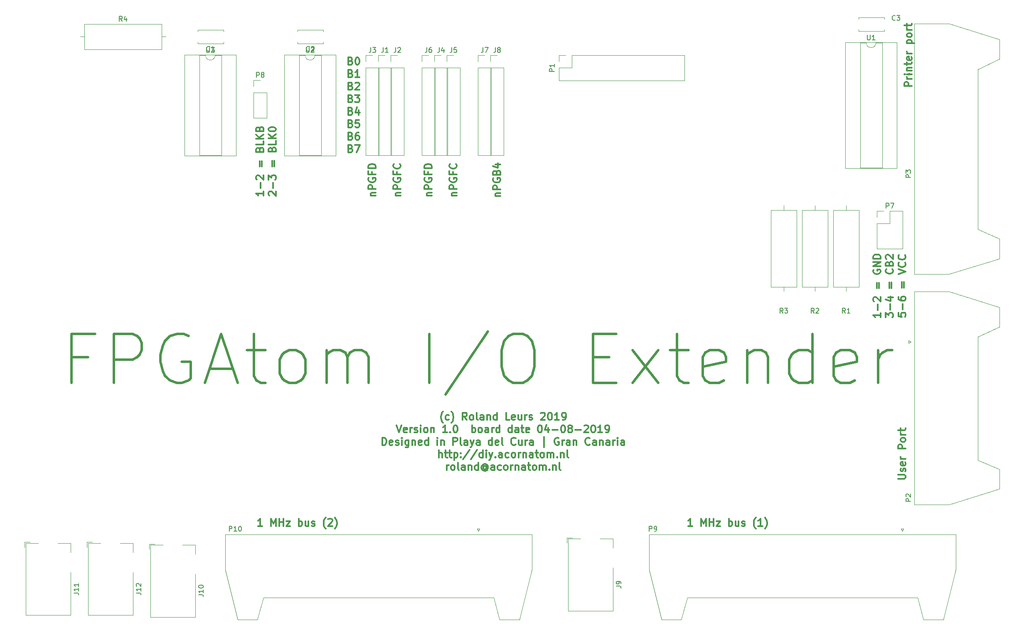
<source format=gbr>
G04 #@! TF.GenerationSoftware,KiCad,Pcbnew,(5.1.2-1)-1*
G04 #@! TF.CreationDate,2019-08-04T21:57:59+02:00*
G04 #@! TF.ProjectId,AtomIOExt,41746f6d-494f-4457-9874-2e6b69636164,rev?*
G04 #@! TF.SameCoordinates,Original*
G04 #@! TF.FileFunction,Legend,Top*
G04 #@! TF.FilePolarity,Positive*
%FSLAX46Y46*%
G04 Gerber Fmt 4.6, Leading zero omitted, Abs format (unit mm)*
G04 Created by KiCad (PCBNEW (5.1.2-1)-1) date 2019-08-04 21:57:59*
%MOMM*%
%LPD*%
G04 APERTURE LIST*
%ADD10C,0.300000*%
%ADD11C,0.500000*%
%ADD12C,0.120000*%
%ADD13C,0.150000*%
G04 APERTURE END LIST*
D10*
X241978571Y-40540000D02*
X240478571Y-40540000D01*
X240478571Y-39968571D01*
X240550000Y-39825714D01*
X240621428Y-39754285D01*
X240764285Y-39682857D01*
X240978571Y-39682857D01*
X241121428Y-39754285D01*
X241192857Y-39825714D01*
X241264285Y-39968571D01*
X241264285Y-40540000D01*
X241978571Y-39040000D02*
X240978571Y-39040000D01*
X241264285Y-39040000D02*
X241121428Y-38968571D01*
X241050000Y-38897142D01*
X240978571Y-38754285D01*
X240978571Y-38611428D01*
X241978571Y-38111428D02*
X240978571Y-38111428D01*
X240478571Y-38111428D02*
X240550000Y-38182857D01*
X240621428Y-38111428D01*
X240550000Y-38040000D01*
X240478571Y-38111428D01*
X240621428Y-38111428D01*
X240978571Y-37397142D02*
X241978571Y-37397142D01*
X241121428Y-37397142D02*
X241050000Y-37325714D01*
X240978571Y-37182857D01*
X240978571Y-36968571D01*
X241050000Y-36825714D01*
X241192857Y-36754285D01*
X241978571Y-36754285D01*
X240978571Y-36254285D02*
X240978571Y-35682857D01*
X240478571Y-36040000D02*
X241764285Y-36040000D01*
X241907142Y-35968571D01*
X241978571Y-35825714D01*
X241978571Y-35682857D01*
X241907142Y-34611428D02*
X241978571Y-34754285D01*
X241978571Y-35040000D01*
X241907142Y-35182857D01*
X241764285Y-35254285D01*
X241192857Y-35254285D01*
X241050000Y-35182857D01*
X240978571Y-35040000D01*
X240978571Y-34754285D01*
X241050000Y-34611428D01*
X241192857Y-34540000D01*
X241335714Y-34540000D01*
X241478571Y-35254285D01*
X241978571Y-33897142D02*
X240978571Y-33897142D01*
X241264285Y-33897142D02*
X241121428Y-33825714D01*
X241050000Y-33754285D01*
X240978571Y-33611428D01*
X240978571Y-33468571D01*
X240978571Y-31825714D02*
X242478571Y-31825714D01*
X241050000Y-31825714D02*
X240978571Y-31682857D01*
X240978571Y-31397142D01*
X241050000Y-31254285D01*
X241121428Y-31182857D01*
X241264285Y-31111428D01*
X241692857Y-31111428D01*
X241835714Y-31182857D01*
X241907142Y-31254285D01*
X241978571Y-31397142D01*
X241978571Y-31682857D01*
X241907142Y-31825714D01*
X241978571Y-30254285D02*
X241907142Y-30397142D01*
X241835714Y-30468571D01*
X241692857Y-30540000D01*
X241264285Y-30540000D01*
X241121428Y-30468571D01*
X241050000Y-30397142D01*
X240978571Y-30254285D01*
X240978571Y-30040000D01*
X241050000Y-29897142D01*
X241121428Y-29825714D01*
X241264285Y-29754285D01*
X241692857Y-29754285D01*
X241835714Y-29825714D01*
X241907142Y-29897142D01*
X241978571Y-30040000D01*
X241978571Y-30254285D01*
X241978571Y-29111428D02*
X240978571Y-29111428D01*
X241264285Y-29111428D02*
X241121428Y-29040000D01*
X241050000Y-28968571D01*
X240978571Y-28825714D01*
X240978571Y-28682857D01*
X240978571Y-28397142D02*
X240978571Y-27825714D01*
X240478571Y-28182857D02*
X241764285Y-28182857D01*
X241907142Y-28111428D01*
X241978571Y-27968571D01*
X241978571Y-27825714D01*
X146464285Y-109180000D02*
X146392857Y-109108571D01*
X146250000Y-108894285D01*
X146178571Y-108751428D01*
X146107142Y-108537142D01*
X146035714Y-108180000D01*
X146035714Y-107894285D01*
X146107142Y-107537142D01*
X146178571Y-107322857D01*
X146250000Y-107180000D01*
X146392857Y-106965714D01*
X146464285Y-106894285D01*
X147678571Y-108537142D02*
X147535714Y-108608571D01*
X147250000Y-108608571D01*
X147107142Y-108537142D01*
X147035714Y-108465714D01*
X146964285Y-108322857D01*
X146964285Y-107894285D01*
X147035714Y-107751428D01*
X147107142Y-107680000D01*
X147250000Y-107608571D01*
X147535714Y-107608571D01*
X147678571Y-107680000D01*
X148178571Y-109180000D02*
X148250000Y-109108571D01*
X148392857Y-108894285D01*
X148464285Y-108751428D01*
X148535714Y-108537142D01*
X148607142Y-108180000D01*
X148607142Y-107894285D01*
X148535714Y-107537142D01*
X148464285Y-107322857D01*
X148392857Y-107180000D01*
X148250000Y-106965714D01*
X148178571Y-106894285D01*
X151321428Y-108608571D02*
X150821428Y-107894285D01*
X150464285Y-108608571D02*
X150464285Y-107108571D01*
X151035714Y-107108571D01*
X151178571Y-107180000D01*
X151250000Y-107251428D01*
X151321428Y-107394285D01*
X151321428Y-107608571D01*
X151250000Y-107751428D01*
X151178571Y-107822857D01*
X151035714Y-107894285D01*
X150464285Y-107894285D01*
X152178571Y-108608571D02*
X152035714Y-108537142D01*
X151964285Y-108465714D01*
X151892857Y-108322857D01*
X151892857Y-107894285D01*
X151964285Y-107751428D01*
X152035714Y-107680000D01*
X152178571Y-107608571D01*
X152392857Y-107608571D01*
X152535714Y-107680000D01*
X152607142Y-107751428D01*
X152678571Y-107894285D01*
X152678571Y-108322857D01*
X152607142Y-108465714D01*
X152535714Y-108537142D01*
X152392857Y-108608571D01*
X152178571Y-108608571D01*
X153535714Y-108608571D02*
X153392857Y-108537142D01*
X153321428Y-108394285D01*
X153321428Y-107108571D01*
X154750000Y-108608571D02*
X154750000Y-107822857D01*
X154678571Y-107680000D01*
X154535714Y-107608571D01*
X154250000Y-107608571D01*
X154107142Y-107680000D01*
X154750000Y-108537142D02*
X154607142Y-108608571D01*
X154250000Y-108608571D01*
X154107142Y-108537142D01*
X154035714Y-108394285D01*
X154035714Y-108251428D01*
X154107142Y-108108571D01*
X154250000Y-108037142D01*
X154607142Y-108037142D01*
X154750000Y-107965714D01*
X155464285Y-107608571D02*
X155464285Y-108608571D01*
X155464285Y-107751428D02*
X155535714Y-107680000D01*
X155678571Y-107608571D01*
X155892857Y-107608571D01*
X156035714Y-107680000D01*
X156107142Y-107822857D01*
X156107142Y-108608571D01*
X157464285Y-108608571D02*
X157464285Y-107108571D01*
X157464285Y-108537142D02*
X157321428Y-108608571D01*
X157035714Y-108608571D01*
X156892857Y-108537142D01*
X156821428Y-108465714D01*
X156750000Y-108322857D01*
X156750000Y-107894285D01*
X156821428Y-107751428D01*
X156892857Y-107680000D01*
X157035714Y-107608571D01*
X157321428Y-107608571D01*
X157464285Y-107680000D01*
X160035714Y-108608571D02*
X159321428Y-108608571D01*
X159321428Y-107108571D01*
X161107142Y-108537142D02*
X160964285Y-108608571D01*
X160678571Y-108608571D01*
X160535714Y-108537142D01*
X160464285Y-108394285D01*
X160464285Y-107822857D01*
X160535714Y-107680000D01*
X160678571Y-107608571D01*
X160964285Y-107608571D01*
X161107142Y-107680000D01*
X161178571Y-107822857D01*
X161178571Y-107965714D01*
X160464285Y-108108571D01*
X162464285Y-107608571D02*
X162464285Y-108608571D01*
X161821428Y-107608571D02*
X161821428Y-108394285D01*
X161892857Y-108537142D01*
X162035714Y-108608571D01*
X162250000Y-108608571D01*
X162392857Y-108537142D01*
X162464285Y-108465714D01*
X163178571Y-108608571D02*
X163178571Y-107608571D01*
X163178571Y-107894285D02*
X163250000Y-107751428D01*
X163321428Y-107680000D01*
X163464285Y-107608571D01*
X163607142Y-107608571D01*
X164035714Y-108537142D02*
X164178571Y-108608571D01*
X164464285Y-108608571D01*
X164607142Y-108537142D01*
X164678571Y-108394285D01*
X164678571Y-108322857D01*
X164607142Y-108180000D01*
X164464285Y-108108571D01*
X164250000Y-108108571D01*
X164107142Y-108037142D01*
X164035714Y-107894285D01*
X164035714Y-107822857D01*
X164107142Y-107680000D01*
X164250000Y-107608571D01*
X164464285Y-107608571D01*
X164607142Y-107680000D01*
X166392857Y-107251428D02*
X166464285Y-107180000D01*
X166607142Y-107108571D01*
X166964285Y-107108571D01*
X167107142Y-107180000D01*
X167178571Y-107251428D01*
X167250000Y-107394285D01*
X167250000Y-107537142D01*
X167178571Y-107751428D01*
X166321428Y-108608571D01*
X167250000Y-108608571D01*
X168178571Y-107108571D02*
X168321428Y-107108571D01*
X168464285Y-107180000D01*
X168535714Y-107251428D01*
X168607142Y-107394285D01*
X168678571Y-107680000D01*
X168678571Y-108037142D01*
X168607142Y-108322857D01*
X168535714Y-108465714D01*
X168464285Y-108537142D01*
X168321428Y-108608571D01*
X168178571Y-108608571D01*
X168035714Y-108537142D01*
X167964285Y-108465714D01*
X167892857Y-108322857D01*
X167821428Y-108037142D01*
X167821428Y-107680000D01*
X167892857Y-107394285D01*
X167964285Y-107251428D01*
X168035714Y-107180000D01*
X168178571Y-107108571D01*
X170107142Y-108608571D02*
X169250000Y-108608571D01*
X169678571Y-108608571D02*
X169678571Y-107108571D01*
X169535714Y-107322857D01*
X169392857Y-107465714D01*
X169250000Y-107537142D01*
X170821428Y-108608571D02*
X171107142Y-108608571D01*
X171250000Y-108537142D01*
X171321428Y-108465714D01*
X171464285Y-108251428D01*
X171535714Y-107965714D01*
X171535714Y-107394285D01*
X171464285Y-107251428D01*
X171392857Y-107180000D01*
X171250000Y-107108571D01*
X170964285Y-107108571D01*
X170821428Y-107180000D01*
X170750000Y-107251428D01*
X170678571Y-107394285D01*
X170678571Y-107751428D01*
X170750000Y-107894285D01*
X170821428Y-107965714D01*
X170964285Y-108037142D01*
X171250000Y-108037142D01*
X171392857Y-107965714D01*
X171464285Y-107894285D01*
X171535714Y-107751428D01*
X137000000Y-109658571D02*
X137500000Y-111158571D01*
X138000000Y-109658571D01*
X139071428Y-111087142D02*
X138928571Y-111158571D01*
X138642857Y-111158571D01*
X138500000Y-111087142D01*
X138428571Y-110944285D01*
X138428571Y-110372857D01*
X138500000Y-110230000D01*
X138642857Y-110158571D01*
X138928571Y-110158571D01*
X139071428Y-110230000D01*
X139142857Y-110372857D01*
X139142857Y-110515714D01*
X138428571Y-110658571D01*
X139785714Y-111158571D02*
X139785714Y-110158571D01*
X139785714Y-110444285D02*
X139857142Y-110301428D01*
X139928571Y-110230000D01*
X140071428Y-110158571D01*
X140214285Y-110158571D01*
X140642857Y-111087142D02*
X140785714Y-111158571D01*
X141071428Y-111158571D01*
X141214285Y-111087142D01*
X141285714Y-110944285D01*
X141285714Y-110872857D01*
X141214285Y-110730000D01*
X141071428Y-110658571D01*
X140857142Y-110658571D01*
X140714285Y-110587142D01*
X140642857Y-110444285D01*
X140642857Y-110372857D01*
X140714285Y-110230000D01*
X140857142Y-110158571D01*
X141071428Y-110158571D01*
X141214285Y-110230000D01*
X141928571Y-111158571D02*
X141928571Y-110158571D01*
X141928571Y-109658571D02*
X141857142Y-109730000D01*
X141928571Y-109801428D01*
X142000000Y-109730000D01*
X141928571Y-109658571D01*
X141928571Y-109801428D01*
X142857142Y-111158571D02*
X142714285Y-111087142D01*
X142642857Y-111015714D01*
X142571428Y-110872857D01*
X142571428Y-110444285D01*
X142642857Y-110301428D01*
X142714285Y-110230000D01*
X142857142Y-110158571D01*
X143071428Y-110158571D01*
X143214285Y-110230000D01*
X143285714Y-110301428D01*
X143357142Y-110444285D01*
X143357142Y-110872857D01*
X143285714Y-111015714D01*
X143214285Y-111087142D01*
X143071428Y-111158571D01*
X142857142Y-111158571D01*
X144000000Y-110158571D02*
X144000000Y-111158571D01*
X144000000Y-110301428D02*
X144071428Y-110230000D01*
X144214285Y-110158571D01*
X144428571Y-110158571D01*
X144571428Y-110230000D01*
X144642857Y-110372857D01*
X144642857Y-111158571D01*
X147285714Y-111158571D02*
X146428571Y-111158571D01*
X146857142Y-111158571D02*
X146857142Y-109658571D01*
X146714285Y-109872857D01*
X146571428Y-110015714D01*
X146428571Y-110087142D01*
X147928571Y-111015714D02*
X148000000Y-111087142D01*
X147928571Y-111158571D01*
X147857142Y-111087142D01*
X147928571Y-111015714D01*
X147928571Y-111158571D01*
X148928571Y-109658571D02*
X149071428Y-109658571D01*
X149214285Y-109730000D01*
X149285714Y-109801428D01*
X149357142Y-109944285D01*
X149428571Y-110230000D01*
X149428571Y-110587142D01*
X149357142Y-110872857D01*
X149285714Y-111015714D01*
X149214285Y-111087142D01*
X149071428Y-111158571D01*
X148928571Y-111158571D01*
X148785714Y-111087142D01*
X148714285Y-111015714D01*
X148642857Y-110872857D01*
X148571428Y-110587142D01*
X148571428Y-110230000D01*
X148642857Y-109944285D01*
X148714285Y-109801428D01*
X148785714Y-109730000D01*
X148928571Y-109658571D01*
X152357142Y-111158571D02*
X152357142Y-109658571D01*
X152357142Y-110230000D02*
X152500000Y-110158571D01*
X152785714Y-110158571D01*
X152928571Y-110230000D01*
X153000000Y-110301428D01*
X153071428Y-110444285D01*
X153071428Y-110872857D01*
X153000000Y-111015714D01*
X152928571Y-111087142D01*
X152785714Y-111158571D01*
X152500000Y-111158571D01*
X152357142Y-111087142D01*
X153928571Y-111158571D02*
X153785714Y-111087142D01*
X153714285Y-111015714D01*
X153642857Y-110872857D01*
X153642857Y-110444285D01*
X153714285Y-110301428D01*
X153785714Y-110230000D01*
X153928571Y-110158571D01*
X154142857Y-110158571D01*
X154285714Y-110230000D01*
X154357142Y-110301428D01*
X154428571Y-110444285D01*
X154428571Y-110872857D01*
X154357142Y-111015714D01*
X154285714Y-111087142D01*
X154142857Y-111158571D01*
X153928571Y-111158571D01*
X155714285Y-111158571D02*
X155714285Y-110372857D01*
X155642857Y-110230000D01*
X155500000Y-110158571D01*
X155214285Y-110158571D01*
X155071428Y-110230000D01*
X155714285Y-111087142D02*
X155571428Y-111158571D01*
X155214285Y-111158571D01*
X155071428Y-111087142D01*
X155000000Y-110944285D01*
X155000000Y-110801428D01*
X155071428Y-110658571D01*
X155214285Y-110587142D01*
X155571428Y-110587142D01*
X155714285Y-110515714D01*
X156428571Y-111158571D02*
X156428571Y-110158571D01*
X156428571Y-110444285D02*
X156500000Y-110301428D01*
X156571428Y-110230000D01*
X156714285Y-110158571D01*
X156857142Y-110158571D01*
X158000000Y-111158571D02*
X158000000Y-109658571D01*
X158000000Y-111087142D02*
X157857142Y-111158571D01*
X157571428Y-111158571D01*
X157428571Y-111087142D01*
X157357142Y-111015714D01*
X157285714Y-110872857D01*
X157285714Y-110444285D01*
X157357142Y-110301428D01*
X157428571Y-110230000D01*
X157571428Y-110158571D01*
X157857142Y-110158571D01*
X158000000Y-110230000D01*
X160500000Y-111158571D02*
X160500000Y-109658571D01*
X160500000Y-111087142D02*
X160357142Y-111158571D01*
X160071428Y-111158571D01*
X159928571Y-111087142D01*
X159857142Y-111015714D01*
X159785714Y-110872857D01*
X159785714Y-110444285D01*
X159857142Y-110301428D01*
X159928571Y-110230000D01*
X160071428Y-110158571D01*
X160357142Y-110158571D01*
X160500000Y-110230000D01*
X161857142Y-111158571D02*
X161857142Y-110372857D01*
X161785714Y-110230000D01*
X161642857Y-110158571D01*
X161357142Y-110158571D01*
X161214285Y-110230000D01*
X161857142Y-111087142D02*
X161714285Y-111158571D01*
X161357142Y-111158571D01*
X161214285Y-111087142D01*
X161142857Y-110944285D01*
X161142857Y-110801428D01*
X161214285Y-110658571D01*
X161357142Y-110587142D01*
X161714285Y-110587142D01*
X161857142Y-110515714D01*
X162357142Y-110158571D02*
X162928571Y-110158571D01*
X162571428Y-109658571D02*
X162571428Y-110944285D01*
X162642857Y-111087142D01*
X162785714Y-111158571D01*
X162928571Y-111158571D01*
X164000000Y-111087142D02*
X163857142Y-111158571D01*
X163571428Y-111158571D01*
X163428571Y-111087142D01*
X163357142Y-110944285D01*
X163357142Y-110372857D01*
X163428571Y-110230000D01*
X163571428Y-110158571D01*
X163857142Y-110158571D01*
X164000000Y-110230000D01*
X164071428Y-110372857D01*
X164071428Y-110515714D01*
X163357142Y-110658571D01*
X166142857Y-109658571D02*
X166285714Y-109658571D01*
X166428571Y-109730000D01*
X166500000Y-109801428D01*
X166571428Y-109944285D01*
X166642857Y-110230000D01*
X166642857Y-110587142D01*
X166571428Y-110872857D01*
X166500000Y-111015714D01*
X166428571Y-111087142D01*
X166285714Y-111158571D01*
X166142857Y-111158571D01*
X166000000Y-111087142D01*
X165928571Y-111015714D01*
X165857142Y-110872857D01*
X165785714Y-110587142D01*
X165785714Y-110230000D01*
X165857142Y-109944285D01*
X165928571Y-109801428D01*
X166000000Y-109730000D01*
X166142857Y-109658571D01*
X167928571Y-110158571D02*
X167928571Y-111158571D01*
X167571428Y-109587142D02*
X167214285Y-110658571D01*
X168142857Y-110658571D01*
X168714285Y-110587142D02*
X169857142Y-110587142D01*
X170857142Y-109658571D02*
X171000000Y-109658571D01*
X171142857Y-109730000D01*
X171214285Y-109801428D01*
X171285714Y-109944285D01*
X171357142Y-110230000D01*
X171357142Y-110587142D01*
X171285714Y-110872857D01*
X171214285Y-111015714D01*
X171142857Y-111087142D01*
X171000000Y-111158571D01*
X170857142Y-111158571D01*
X170714285Y-111087142D01*
X170642857Y-111015714D01*
X170571428Y-110872857D01*
X170500000Y-110587142D01*
X170500000Y-110230000D01*
X170571428Y-109944285D01*
X170642857Y-109801428D01*
X170714285Y-109730000D01*
X170857142Y-109658571D01*
X172214285Y-110301428D02*
X172071428Y-110230000D01*
X172000000Y-110158571D01*
X171928571Y-110015714D01*
X171928571Y-109944285D01*
X172000000Y-109801428D01*
X172071428Y-109730000D01*
X172214285Y-109658571D01*
X172500000Y-109658571D01*
X172642857Y-109730000D01*
X172714285Y-109801428D01*
X172785714Y-109944285D01*
X172785714Y-110015714D01*
X172714285Y-110158571D01*
X172642857Y-110230000D01*
X172500000Y-110301428D01*
X172214285Y-110301428D01*
X172071428Y-110372857D01*
X172000000Y-110444285D01*
X171928571Y-110587142D01*
X171928571Y-110872857D01*
X172000000Y-111015714D01*
X172071428Y-111087142D01*
X172214285Y-111158571D01*
X172500000Y-111158571D01*
X172642857Y-111087142D01*
X172714285Y-111015714D01*
X172785714Y-110872857D01*
X172785714Y-110587142D01*
X172714285Y-110444285D01*
X172642857Y-110372857D01*
X172500000Y-110301428D01*
X173428571Y-110587142D02*
X174571428Y-110587142D01*
X175214285Y-109801428D02*
X175285714Y-109730000D01*
X175428571Y-109658571D01*
X175785714Y-109658571D01*
X175928571Y-109730000D01*
X176000000Y-109801428D01*
X176071428Y-109944285D01*
X176071428Y-110087142D01*
X176000000Y-110301428D01*
X175142857Y-111158571D01*
X176071428Y-111158571D01*
X177000000Y-109658571D02*
X177142857Y-109658571D01*
X177285714Y-109730000D01*
X177357142Y-109801428D01*
X177428571Y-109944285D01*
X177500000Y-110230000D01*
X177500000Y-110587142D01*
X177428571Y-110872857D01*
X177357142Y-111015714D01*
X177285714Y-111087142D01*
X177142857Y-111158571D01*
X177000000Y-111158571D01*
X176857142Y-111087142D01*
X176785714Y-111015714D01*
X176714285Y-110872857D01*
X176642857Y-110587142D01*
X176642857Y-110230000D01*
X176714285Y-109944285D01*
X176785714Y-109801428D01*
X176857142Y-109730000D01*
X177000000Y-109658571D01*
X178928571Y-111158571D02*
X178071428Y-111158571D01*
X178500000Y-111158571D02*
X178500000Y-109658571D01*
X178357142Y-109872857D01*
X178214285Y-110015714D01*
X178071428Y-110087142D01*
X179642857Y-111158571D02*
X179928571Y-111158571D01*
X180071428Y-111087142D01*
X180142857Y-111015714D01*
X180285714Y-110801428D01*
X180357142Y-110515714D01*
X180357142Y-109944285D01*
X180285714Y-109801428D01*
X180214285Y-109730000D01*
X180071428Y-109658571D01*
X179785714Y-109658571D01*
X179642857Y-109730000D01*
X179571428Y-109801428D01*
X179500000Y-109944285D01*
X179500000Y-110301428D01*
X179571428Y-110444285D01*
X179642857Y-110515714D01*
X179785714Y-110587142D01*
X180071428Y-110587142D01*
X180214285Y-110515714D01*
X180285714Y-110444285D01*
X180357142Y-110301428D01*
X134107142Y-113708571D02*
X134107142Y-112208571D01*
X134464285Y-112208571D01*
X134678571Y-112280000D01*
X134821428Y-112422857D01*
X134892857Y-112565714D01*
X134964285Y-112851428D01*
X134964285Y-113065714D01*
X134892857Y-113351428D01*
X134821428Y-113494285D01*
X134678571Y-113637142D01*
X134464285Y-113708571D01*
X134107142Y-113708571D01*
X136178571Y-113637142D02*
X136035714Y-113708571D01*
X135750000Y-113708571D01*
X135607142Y-113637142D01*
X135535714Y-113494285D01*
X135535714Y-112922857D01*
X135607142Y-112780000D01*
X135750000Y-112708571D01*
X136035714Y-112708571D01*
X136178571Y-112780000D01*
X136250000Y-112922857D01*
X136250000Y-113065714D01*
X135535714Y-113208571D01*
X136821428Y-113637142D02*
X136964285Y-113708571D01*
X137250000Y-113708571D01*
X137392857Y-113637142D01*
X137464285Y-113494285D01*
X137464285Y-113422857D01*
X137392857Y-113280000D01*
X137250000Y-113208571D01*
X137035714Y-113208571D01*
X136892857Y-113137142D01*
X136821428Y-112994285D01*
X136821428Y-112922857D01*
X136892857Y-112780000D01*
X137035714Y-112708571D01*
X137250000Y-112708571D01*
X137392857Y-112780000D01*
X138107142Y-113708571D02*
X138107142Y-112708571D01*
X138107142Y-112208571D02*
X138035714Y-112280000D01*
X138107142Y-112351428D01*
X138178571Y-112280000D01*
X138107142Y-112208571D01*
X138107142Y-112351428D01*
X139464285Y-112708571D02*
X139464285Y-113922857D01*
X139392857Y-114065714D01*
X139321428Y-114137142D01*
X139178571Y-114208571D01*
X138964285Y-114208571D01*
X138821428Y-114137142D01*
X139464285Y-113637142D02*
X139321428Y-113708571D01*
X139035714Y-113708571D01*
X138892857Y-113637142D01*
X138821428Y-113565714D01*
X138750000Y-113422857D01*
X138750000Y-112994285D01*
X138821428Y-112851428D01*
X138892857Y-112780000D01*
X139035714Y-112708571D01*
X139321428Y-112708571D01*
X139464285Y-112780000D01*
X140178571Y-112708571D02*
X140178571Y-113708571D01*
X140178571Y-112851428D02*
X140250000Y-112780000D01*
X140392857Y-112708571D01*
X140607142Y-112708571D01*
X140750000Y-112780000D01*
X140821428Y-112922857D01*
X140821428Y-113708571D01*
X142107142Y-113637142D02*
X141964285Y-113708571D01*
X141678571Y-113708571D01*
X141535714Y-113637142D01*
X141464285Y-113494285D01*
X141464285Y-112922857D01*
X141535714Y-112780000D01*
X141678571Y-112708571D01*
X141964285Y-112708571D01*
X142107142Y-112780000D01*
X142178571Y-112922857D01*
X142178571Y-113065714D01*
X141464285Y-113208571D01*
X143464285Y-113708571D02*
X143464285Y-112208571D01*
X143464285Y-113637142D02*
X143321428Y-113708571D01*
X143035714Y-113708571D01*
X142892857Y-113637142D01*
X142821428Y-113565714D01*
X142750000Y-113422857D01*
X142750000Y-112994285D01*
X142821428Y-112851428D01*
X142892857Y-112780000D01*
X143035714Y-112708571D01*
X143321428Y-112708571D01*
X143464285Y-112780000D01*
X145321428Y-113708571D02*
X145321428Y-112708571D01*
X145321428Y-112208571D02*
X145250000Y-112280000D01*
X145321428Y-112351428D01*
X145392857Y-112280000D01*
X145321428Y-112208571D01*
X145321428Y-112351428D01*
X146035714Y-112708571D02*
X146035714Y-113708571D01*
X146035714Y-112851428D02*
X146107142Y-112780000D01*
X146250000Y-112708571D01*
X146464285Y-112708571D01*
X146607142Y-112780000D01*
X146678571Y-112922857D01*
X146678571Y-113708571D01*
X148535714Y-113708571D02*
X148535714Y-112208571D01*
X149107142Y-112208571D01*
X149250000Y-112280000D01*
X149321428Y-112351428D01*
X149392857Y-112494285D01*
X149392857Y-112708571D01*
X149321428Y-112851428D01*
X149250000Y-112922857D01*
X149107142Y-112994285D01*
X148535714Y-112994285D01*
X150250000Y-113708571D02*
X150107142Y-113637142D01*
X150035714Y-113494285D01*
X150035714Y-112208571D01*
X151464285Y-113708571D02*
X151464285Y-112922857D01*
X151392857Y-112780000D01*
X151250000Y-112708571D01*
X150964285Y-112708571D01*
X150821428Y-112780000D01*
X151464285Y-113637142D02*
X151321428Y-113708571D01*
X150964285Y-113708571D01*
X150821428Y-113637142D01*
X150750000Y-113494285D01*
X150750000Y-113351428D01*
X150821428Y-113208571D01*
X150964285Y-113137142D01*
X151321428Y-113137142D01*
X151464285Y-113065714D01*
X152035714Y-112708571D02*
X152392857Y-113708571D01*
X152750000Y-112708571D02*
X152392857Y-113708571D01*
X152250000Y-114065714D01*
X152178571Y-114137142D01*
X152035714Y-114208571D01*
X153964285Y-113708571D02*
X153964285Y-112922857D01*
X153892857Y-112780000D01*
X153750000Y-112708571D01*
X153464285Y-112708571D01*
X153321428Y-112780000D01*
X153964285Y-113637142D02*
X153821428Y-113708571D01*
X153464285Y-113708571D01*
X153321428Y-113637142D01*
X153250000Y-113494285D01*
X153250000Y-113351428D01*
X153321428Y-113208571D01*
X153464285Y-113137142D01*
X153821428Y-113137142D01*
X153964285Y-113065714D01*
X156464285Y-113708571D02*
X156464285Y-112208571D01*
X156464285Y-113637142D02*
X156321428Y-113708571D01*
X156035714Y-113708571D01*
X155892857Y-113637142D01*
X155821428Y-113565714D01*
X155750000Y-113422857D01*
X155750000Y-112994285D01*
X155821428Y-112851428D01*
X155892857Y-112780000D01*
X156035714Y-112708571D01*
X156321428Y-112708571D01*
X156464285Y-112780000D01*
X157750000Y-113637142D02*
X157607142Y-113708571D01*
X157321428Y-113708571D01*
X157178571Y-113637142D01*
X157107142Y-113494285D01*
X157107142Y-112922857D01*
X157178571Y-112780000D01*
X157321428Y-112708571D01*
X157607142Y-112708571D01*
X157750000Y-112780000D01*
X157821428Y-112922857D01*
X157821428Y-113065714D01*
X157107142Y-113208571D01*
X158678571Y-113708571D02*
X158535714Y-113637142D01*
X158464285Y-113494285D01*
X158464285Y-112208571D01*
X161250000Y-113565714D02*
X161178571Y-113637142D01*
X160964285Y-113708571D01*
X160821428Y-113708571D01*
X160607142Y-113637142D01*
X160464285Y-113494285D01*
X160392857Y-113351428D01*
X160321428Y-113065714D01*
X160321428Y-112851428D01*
X160392857Y-112565714D01*
X160464285Y-112422857D01*
X160607142Y-112280000D01*
X160821428Y-112208571D01*
X160964285Y-112208571D01*
X161178571Y-112280000D01*
X161250000Y-112351428D01*
X162535714Y-112708571D02*
X162535714Y-113708571D01*
X161892857Y-112708571D02*
X161892857Y-113494285D01*
X161964285Y-113637142D01*
X162107142Y-113708571D01*
X162321428Y-113708571D01*
X162464285Y-113637142D01*
X162535714Y-113565714D01*
X163250000Y-113708571D02*
X163250000Y-112708571D01*
X163250000Y-112994285D02*
X163321428Y-112851428D01*
X163392857Y-112780000D01*
X163535714Y-112708571D01*
X163678571Y-112708571D01*
X164821428Y-113708571D02*
X164821428Y-112922857D01*
X164750000Y-112780000D01*
X164607142Y-112708571D01*
X164321428Y-112708571D01*
X164178571Y-112780000D01*
X164821428Y-113637142D02*
X164678571Y-113708571D01*
X164321428Y-113708571D01*
X164178571Y-113637142D01*
X164107142Y-113494285D01*
X164107142Y-113351428D01*
X164178571Y-113208571D01*
X164321428Y-113137142D01*
X164678571Y-113137142D01*
X164821428Y-113065714D01*
X167035714Y-114208571D02*
X167035714Y-112065714D01*
X170035714Y-112280000D02*
X169892857Y-112208571D01*
X169678571Y-112208571D01*
X169464285Y-112280000D01*
X169321428Y-112422857D01*
X169250000Y-112565714D01*
X169178571Y-112851428D01*
X169178571Y-113065714D01*
X169250000Y-113351428D01*
X169321428Y-113494285D01*
X169464285Y-113637142D01*
X169678571Y-113708571D01*
X169821428Y-113708571D01*
X170035714Y-113637142D01*
X170107142Y-113565714D01*
X170107142Y-113065714D01*
X169821428Y-113065714D01*
X170750000Y-113708571D02*
X170750000Y-112708571D01*
X170750000Y-112994285D02*
X170821428Y-112851428D01*
X170892857Y-112780000D01*
X171035714Y-112708571D01*
X171178571Y-112708571D01*
X172321428Y-113708571D02*
X172321428Y-112922857D01*
X172250000Y-112780000D01*
X172107142Y-112708571D01*
X171821428Y-112708571D01*
X171678571Y-112780000D01*
X172321428Y-113637142D02*
X172178571Y-113708571D01*
X171821428Y-113708571D01*
X171678571Y-113637142D01*
X171607142Y-113494285D01*
X171607142Y-113351428D01*
X171678571Y-113208571D01*
X171821428Y-113137142D01*
X172178571Y-113137142D01*
X172321428Y-113065714D01*
X173035714Y-112708571D02*
X173035714Y-113708571D01*
X173035714Y-112851428D02*
X173107142Y-112780000D01*
X173250000Y-112708571D01*
X173464285Y-112708571D01*
X173607142Y-112780000D01*
X173678571Y-112922857D01*
X173678571Y-113708571D01*
X176392857Y-113565714D02*
X176321428Y-113637142D01*
X176107142Y-113708571D01*
X175964285Y-113708571D01*
X175750000Y-113637142D01*
X175607142Y-113494285D01*
X175535714Y-113351428D01*
X175464285Y-113065714D01*
X175464285Y-112851428D01*
X175535714Y-112565714D01*
X175607142Y-112422857D01*
X175750000Y-112280000D01*
X175964285Y-112208571D01*
X176107142Y-112208571D01*
X176321428Y-112280000D01*
X176392857Y-112351428D01*
X177678571Y-113708571D02*
X177678571Y-112922857D01*
X177607142Y-112780000D01*
X177464285Y-112708571D01*
X177178571Y-112708571D01*
X177035714Y-112780000D01*
X177678571Y-113637142D02*
X177535714Y-113708571D01*
X177178571Y-113708571D01*
X177035714Y-113637142D01*
X176964285Y-113494285D01*
X176964285Y-113351428D01*
X177035714Y-113208571D01*
X177178571Y-113137142D01*
X177535714Y-113137142D01*
X177678571Y-113065714D01*
X178392857Y-112708571D02*
X178392857Y-113708571D01*
X178392857Y-112851428D02*
X178464285Y-112780000D01*
X178607142Y-112708571D01*
X178821428Y-112708571D01*
X178964285Y-112780000D01*
X179035714Y-112922857D01*
X179035714Y-113708571D01*
X180392857Y-113708571D02*
X180392857Y-112922857D01*
X180321428Y-112780000D01*
X180178571Y-112708571D01*
X179892857Y-112708571D01*
X179750000Y-112780000D01*
X180392857Y-113637142D02*
X180250000Y-113708571D01*
X179892857Y-113708571D01*
X179750000Y-113637142D01*
X179678571Y-113494285D01*
X179678571Y-113351428D01*
X179750000Y-113208571D01*
X179892857Y-113137142D01*
X180250000Y-113137142D01*
X180392857Y-113065714D01*
X181107142Y-113708571D02*
X181107142Y-112708571D01*
X181107142Y-112994285D02*
X181178571Y-112851428D01*
X181250000Y-112780000D01*
X181392857Y-112708571D01*
X181535714Y-112708571D01*
X182035714Y-113708571D02*
X182035714Y-112708571D01*
X182035714Y-112208571D02*
X181964285Y-112280000D01*
X182035714Y-112351428D01*
X182107142Y-112280000D01*
X182035714Y-112208571D01*
X182035714Y-112351428D01*
X183392857Y-113708571D02*
X183392857Y-112922857D01*
X183321428Y-112780000D01*
X183178571Y-112708571D01*
X182892857Y-112708571D01*
X182750000Y-112780000D01*
X183392857Y-113637142D02*
X183250000Y-113708571D01*
X182892857Y-113708571D01*
X182750000Y-113637142D01*
X182678571Y-113494285D01*
X182678571Y-113351428D01*
X182750000Y-113208571D01*
X182892857Y-113137142D01*
X183250000Y-113137142D01*
X183392857Y-113065714D01*
X145642857Y-116258571D02*
X145642857Y-114758571D01*
X146285714Y-116258571D02*
X146285714Y-115472857D01*
X146214285Y-115330000D01*
X146071428Y-115258571D01*
X145857142Y-115258571D01*
X145714285Y-115330000D01*
X145642857Y-115401428D01*
X146785714Y-115258571D02*
X147357142Y-115258571D01*
X147000000Y-114758571D02*
X147000000Y-116044285D01*
X147071428Y-116187142D01*
X147214285Y-116258571D01*
X147357142Y-116258571D01*
X147642857Y-115258571D02*
X148214285Y-115258571D01*
X147857142Y-114758571D02*
X147857142Y-116044285D01*
X147928571Y-116187142D01*
X148071428Y-116258571D01*
X148214285Y-116258571D01*
X148714285Y-115258571D02*
X148714285Y-116758571D01*
X148714285Y-115330000D02*
X148857142Y-115258571D01*
X149142857Y-115258571D01*
X149285714Y-115330000D01*
X149357142Y-115401428D01*
X149428571Y-115544285D01*
X149428571Y-115972857D01*
X149357142Y-116115714D01*
X149285714Y-116187142D01*
X149142857Y-116258571D01*
X148857142Y-116258571D01*
X148714285Y-116187142D01*
X150071428Y-116115714D02*
X150142857Y-116187142D01*
X150071428Y-116258571D01*
X150000000Y-116187142D01*
X150071428Y-116115714D01*
X150071428Y-116258571D01*
X150071428Y-115330000D02*
X150142857Y-115401428D01*
X150071428Y-115472857D01*
X150000000Y-115401428D01*
X150071428Y-115330000D01*
X150071428Y-115472857D01*
X151857142Y-114687142D02*
X150571428Y-116615714D01*
X153428571Y-114687142D02*
X152142857Y-116615714D01*
X154571428Y-116258571D02*
X154571428Y-114758571D01*
X154571428Y-116187142D02*
X154428571Y-116258571D01*
X154142857Y-116258571D01*
X154000000Y-116187142D01*
X153928571Y-116115714D01*
X153857142Y-115972857D01*
X153857142Y-115544285D01*
X153928571Y-115401428D01*
X154000000Y-115330000D01*
X154142857Y-115258571D01*
X154428571Y-115258571D01*
X154571428Y-115330000D01*
X155285714Y-116258571D02*
X155285714Y-115258571D01*
X155285714Y-114758571D02*
X155214285Y-114830000D01*
X155285714Y-114901428D01*
X155357142Y-114830000D01*
X155285714Y-114758571D01*
X155285714Y-114901428D01*
X155857142Y-115258571D02*
X156214285Y-116258571D01*
X156571428Y-115258571D02*
X156214285Y-116258571D01*
X156071428Y-116615714D01*
X156000000Y-116687142D01*
X155857142Y-116758571D01*
X157142857Y-116115714D02*
X157214285Y-116187142D01*
X157142857Y-116258571D01*
X157071428Y-116187142D01*
X157142857Y-116115714D01*
X157142857Y-116258571D01*
X158500000Y-116258571D02*
X158500000Y-115472857D01*
X158428571Y-115330000D01*
X158285714Y-115258571D01*
X158000000Y-115258571D01*
X157857142Y-115330000D01*
X158500000Y-116187142D02*
X158357142Y-116258571D01*
X158000000Y-116258571D01*
X157857142Y-116187142D01*
X157785714Y-116044285D01*
X157785714Y-115901428D01*
X157857142Y-115758571D01*
X158000000Y-115687142D01*
X158357142Y-115687142D01*
X158500000Y-115615714D01*
X159857142Y-116187142D02*
X159714285Y-116258571D01*
X159428571Y-116258571D01*
X159285714Y-116187142D01*
X159214285Y-116115714D01*
X159142857Y-115972857D01*
X159142857Y-115544285D01*
X159214285Y-115401428D01*
X159285714Y-115330000D01*
X159428571Y-115258571D01*
X159714285Y-115258571D01*
X159857142Y-115330000D01*
X160714285Y-116258571D02*
X160571428Y-116187142D01*
X160500000Y-116115714D01*
X160428571Y-115972857D01*
X160428571Y-115544285D01*
X160500000Y-115401428D01*
X160571428Y-115330000D01*
X160714285Y-115258571D01*
X160928571Y-115258571D01*
X161071428Y-115330000D01*
X161142857Y-115401428D01*
X161214285Y-115544285D01*
X161214285Y-115972857D01*
X161142857Y-116115714D01*
X161071428Y-116187142D01*
X160928571Y-116258571D01*
X160714285Y-116258571D01*
X161857142Y-116258571D02*
X161857142Y-115258571D01*
X161857142Y-115544285D02*
X161928571Y-115401428D01*
X162000000Y-115330000D01*
X162142857Y-115258571D01*
X162285714Y-115258571D01*
X162785714Y-115258571D02*
X162785714Y-116258571D01*
X162785714Y-115401428D02*
X162857142Y-115330000D01*
X163000000Y-115258571D01*
X163214285Y-115258571D01*
X163357142Y-115330000D01*
X163428571Y-115472857D01*
X163428571Y-116258571D01*
X164785714Y-116258571D02*
X164785714Y-115472857D01*
X164714285Y-115330000D01*
X164571428Y-115258571D01*
X164285714Y-115258571D01*
X164142857Y-115330000D01*
X164785714Y-116187142D02*
X164642857Y-116258571D01*
X164285714Y-116258571D01*
X164142857Y-116187142D01*
X164071428Y-116044285D01*
X164071428Y-115901428D01*
X164142857Y-115758571D01*
X164285714Y-115687142D01*
X164642857Y-115687142D01*
X164785714Y-115615714D01*
X165285714Y-115258571D02*
X165857142Y-115258571D01*
X165500000Y-114758571D02*
X165500000Y-116044285D01*
X165571428Y-116187142D01*
X165714285Y-116258571D01*
X165857142Y-116258571D01*
X166571428Y-116258571D02*
X166428571Y-116187142D01*
X166357142Y-116115714D01*
X166285714Y-115972857D01*
X166285714Y-115544285D01*
X166357142Y-115401428D01*
X166428571Y-115330000D01*
X166571428Y-115258571D01*
X166785714Y-115258571D01*
X166928571Y-115330000D01*
X167000000Y-115401428D01*
X167071428Y-115544285D01*
X167071428Y-115972857D01*
X167000000Y-116115714D01*
X166928571Y-116187142D01*
X166785714Y-116258571D01*
X166571428Y-116258571D01*
X167714285Y-116258571D02*
X167714285Y-115258571D01*
X167714285Y-115401428D02*
X167785714Y-115330000D01*
X167928571Y-115258571D01*
X168142857Y-115258571D01*
X168285714Y-115330000D01*
X168357142Y-115472857D01*
X168357142Y-116258571D01*
X168357142Y-115472857D02*
X168428571Y-115330000D01*
X168571428Y-115258571D01*
X168785714Y-115258571D01*
X168928571Y-115330000D01*
X169000000Y-115472857D01*
X169000000Y-116258571D01*
X169714285Y-116115714D02*
X169785714Y-116187142D01*
X169714285Y-116258571D01*
X169642857Y-116187142D01*
X169714285Y-116115714D01*
X169714285Y-116258571D01*
X170428571Y-115258571D02*
X170428571Y-116258571D01*
X170428571Y-115401428D02*
X170500000Y-115330000D01*
X170642857Y-115258571D01*
X170857142Y-115258571D01*
X171000000Y-115330000D01*
X171071428Y-115472857D01*
X171071428Y-116258571D01*
X172000000Y-116258571D02*
X171857142Y-116187142D01*
X171785714Y-116044285D01*
X171785714Y-114758571D01*
X147214285Y-118808571D02*
X147214285Y-117808571D01*
X147214285Y-118094285D02*
X147285714Y-117951428D01*
X147357142Y-117880000D01*
X147500000Y-117808571D01*
X147642857Y-117808571D01*
X148357142Y-118808571D02*
X148214285Y-118737142D01*
X148142857Y-118665714D01*
X148071428Y-118522857D01*
X148071428Y-118094285D01*
X148142857Y-117951428D01*
X148214285Y-117880000D01*
X148357142Y-117808571D01*
X148571428Y-117808571D01*
X148714285Y-117880000D01*
X148785714Y-117951428D01*
X148857142Y-118094285D01*
X148857142Y-118522857D01*
X148785714Y-118665714D01*
X148714285Y-118737142D01*
X148571428Y-118808571D01*
X148357142Y-118808571D01*
X149714285Y-118808571D02*
X149571428Y-118737142D01*
X149500000Y-118594285D01*
X149500000Y-117308571D01*
X150928571Y-118808571D02*
X150928571Y-118022857D01*
X150857142Y-117880000D01*
X150714285Y-117808571D01*
X150428571Y-117808571D01*
X150285714Y-117880000D01*
X150928571Y-118737142D02*
X150785714Y-118808571D01*
X150428571Y-118808571D01*
X150285714Y-118737142D01*
X150214285Y-118594285D01*
X150214285Y-118451428D01*
X150285714Y-118308571D01*
X150428571Y-118237142D01*
X150785714Y-118237142D01*
X150928571Y-118165714D01*
X151642857Y-117808571D02*
X151642857Y-118808571D01*
X151642857Y-117951428D02*
X151714285Y-117880000D01*
X151857142Y-117808571D01*
X152071428Y-117808571D01*
X152214285Y-117880000D01*
X152285714Y-118022857D01*
X152285714Y-118808571D01*
X153642857Y-118808571D02*
X153642857Y-117308571D01*
X153642857Y-118737142D02*
X153500000Y-118808571D01*
X153214285Y-118808571D01*
X153071428Y-118737142D01*
X153000000Y-118665714D01*
X152928571Y-118522857D01*
X152928571Y-118094285D01*
X153000000Y-117951428D01*
X153071428Y-117880000D01*
X153214285Y-117808571D01*
X153500000Y-117808571D01*
X153642857Y-117880000D01*
X155285714Y-118094285D02*
X155214285Y-118022857D01*
X155071428Y-117951428D01*
X154928571Y-117951428D01*
X154785714Y-118022857D01*
X154714285Y-118094285D01*
X154642857Y-118237142D01*
X154642857Y-118380000D01*
X154714285Y-118522857D01*
X154785714Y-118594285D01*
X154928571Y-118665714D01*
X155071428Y-118665714D01*
X155214285Y-118594285D01*
X155285714Y-118522857D01*
X155285714Y-117951428D02*
X155285714Y-118522857D01*
X155357142Y-118594285D01*
X155428571Y-118594285D01*
X155571428Y-118522857D01*
X155642857Y-118380000D01*
X155642857Y-118022857D01*
X155500000Y-117808571D01*
X155285714Y-117665714D01*
X155000000Y-117594285D01*
X154714285Y-117665714D01*
X154500000Y-117808571D01*
X154357142Y-118022857D01*
X154285714Y-118308571D01*
X154357142Y-118594285D01*
X154500000Y-118808571D01*
X154714285Y-118951428D01*
X155000000Y-119022857D01*
X155285714Y-118951428D01*
X155500000Y-118808571D01*
X156928571Y-118808571D02*
X156928571Y-118022857D01*
X156857142Y-117880000D01*
X156714285Y-117808571D01*
X156428571Y-117808571D01*
X156285714Y-117880000D01*
X156928571Y-118737142D02*
X156785714Y-118808571D01*
X156428571Y-118808571D01*
X156285714Y-118737142D01*
X156214285Y-118594285D01*
X156214285Y-118451428D01*
X156285714Y-118308571D01*
X156428571Y-118237142D01*
X156785714Y-118237142D01*
X156928571Y-118165714D01*
X158285714Y-118737142D02*
X158142857Y-118808571D01*
X157857142Y-118808571D01*
X157714285Y-118737142D01*
X157642857Y-118665714D01*
X157571428Y-118522857D01*
X157571428Y-118094285D01*
X157642857Y-117951428D01*
X157714285Y-117880000D01*
X157857142Y-117808571D01*
X158142857Y-117808571D01*
X158285714Y-117880000D01*
X159142857Y-118808571D02*
X159000000Y-118737142D01*
X158928571Y-118665714D01*
X158857142Y-118522857D01*
X158857142Y-118094285D01*
X158928571Y-117951428D01*
X159000000Y-117880000D01*
X159142857Y-117808571D01*
X159357142Y-117808571D01*
X159500000Y-117880000D01*
X159571428Y-117951428D01*
X159642857Y-118094285D01*
X159642857Y-118522857D01*
X159571428Y-118665714D01*
X159500000Y-118737142D01*
X159357142Y-118808571D01*
X159142857Y-118808571D01*
X160285714Y-118808571D02*
X160285714Y-117808571D01*
X160285714Y-118094285D02*
X160357142Y-117951428D01*
X160428571Y-117880000D01*
X160571428Y-117808571D01*
X160714285Y-117808571D01*
X161214285Y-117808571D02*
X161214285Y-118808571D01*
X161214285Y-117951428D02*
X161285714Y-117880000D01*
X161428571Y-117808571D01*
X161642857Y-117808571D01*
X161785714Y-117880000D01*
X161857142Y-118022857D01*
X161857142Y-118808571D01*
X163214285Y-118808571D02*
X163214285Y-118022857D01*
X163142857Y-117880000D01*
X163000000Y-117808571D01*
X162714285Y-117808571D01*
X162571428Y-117880000D01*
X163214285Y-118737142D02*
X163071428Y-118808571D01*
X162714285Y-118808571D01*
X162571428Y-118737142D01*
X162500000Y-118594285D01*
X162500000Y-118451428D01*
X162571428Y-118308571D01*
X162714285Y-118237142D01*
X163071428Y-118237142D01*
X163214285Y-118165714D01*
X163714285Y-117808571D02*
X164285714Y-117808571D01*
X163928571Y-117308571D02*
X163928571Y-118594285D01*
X164000000Y-118737142D01*
X164142857Y-118808571D01*
X164285714Y-118808571D01*
X165000000Y-118808571D02*
X164857142Y-118737142D01*
X164785714Y-118665714D01*
X164714285Y-118522857D01*
X164714285Y-118094285D01*
X164785714Y-117951428D01*
X164857142Y-117880000D01*
X165000000Y-117808571D01*
X165214285Y-117808571D01*
X165357142Y-117880000D01*
X165428571Y-117951428D01*
X165500000Y-118094285D01*
X165500000Y-118522857D01*
X165428571Y-118665714D01*
X165357142Y-118737142D01*
X165214285Y-118808571D01*
X165000000Y-118808571D01*
X166142857Y-118808571D02*
X166142857Y-117808571D01*
X166142857Y-117951428D02*
X166214285Y-117880000D01*
X166357142Y-117808571D01*
X166571428Y-117808571D01*
X166714285Y-117880000D01*
X166785714Y-118022857D01*
X166785714Y-118808571D01*
X166785714Y-118022857D02*
X166857142Y-117880000D01*
X167000000Y-117808571D01*
X167214285Y-117808571D01*
X167357142Y-117880000D01*
X167428571Y-118022857D01*
X167428571Y-118808571D01*
X168142857Y-118665714D02*
X168214285Y-118737142D01*
X168142857Y-118808571D01*
X168071428Y-118737142D01*
X168142857Y-118665714D01*
X168142857Y-118808571D01*
X168857142Y-117808571D02*
X168857142Y-118808571D01*
X168857142Y-117951428D02*
X168928571Y-117880000D01*
X169071428Y-117808571D01*
X169285714Y-117808571D01*
X169428571Y-117880000D01*
X169500000Y-118022857D01*
X169500000Y-118808571D01*
X170428571Y-118808571D02*
X170285714Y-118737142D01*
X170214285Y-118594285D01*
X170214285Y-117308571D01*
D11*
X74146190Y-95805714D02*
X70812857Y-95805714D01*
X70812857Y-101043809D02*
X70812857Y-91043809D01*
X75574761Y-91043809D01*
X79384285Y-101043809D02*
X79384285Y-91043809D01*
X83193809Y-91043809D01*
X84146190Y-91520000D01*
X84622380Y-91996190D01*
X85098571Y-92948571D01*
X85098571Y-94377142D01*
X84622380Y-95329523D01*
X84146190Y-95805714D01*
X83193809Y-96281904D01*
X79384285Y-96281904D01*
X94622380Y-91520000D02*
X93670000Y-91043809D01*
X92241428Y-91043809D01*
X90812857Y-91520000D01*
X89860476Y-92472380D01*
X89384285Y-93424761D01*
X88908095Y-95329523D01*
X88908095Y-96758095D01*
X89384285Y-98662857D01*
X89860476Y-99615238D01*
X90812857Y-100567619D01*
X92241428Y-101043809D01*
X93193809Y-101043809D01*
X94622380Y-100567619D01*
X95098571Y-100091428D01*
X95098571Y-96758095D01*
X93193809Y-96758095D01*
X98908095Y-98186666D02*
X103670000Y-98186666D01*
X97955714Y-101043809D02*
X101289047Y-91043809D01*
X104622380Y-101043809D01*
X106527142Y-94377142D02*
X110336666Y-94377142D01*
X107955714Y-91043809D02*
X107955714Y-99615238D01*
X108431904Y-100567619D01*
X109384285Y-101043809D01*
X110336666Y-101043809D01*
X115098571Y-101043809D02*
X114146190Y-100567619D01*
X113670000Y-100091428D01*
X113193809Y-99139047D01*
X113193809Y-96281904D01*
X113670000Y-95329523D01*
X114146190Y-94853333D01*
X115098571Y-94377142D01*
X116527142Y-94377142D01*
X117479523Y-94853333D01*
X117955714Y-95329523D01*
X118431904Y-96281904D01*
X118431904Y-99139047D01*
X117955714Y-100091428D01*
X117479523Y-100567619D01*
X116527142Y-101043809D01*
X115098571Y-101043809D01*
X122717619Y-101043809D02*
X122717619Y-94377142D01*
X122717619Y-95329523D02*
X123193809Y-94853333D01*
X124146190Y-94377142D01*
X125574761Y-94377142D01*
X126527142Y-94853333D01*
X127003333Y-95805714D01*
X127003333Y-101043809D01*
X127003333Y-95805714D02*
X127479523Y-94853333D01*
X128431904Y-94377142D01*
X129860476Y-94377142D01*
X130812857Y-94853333D01*
X131289047Y-95805714D01*
X131289047Y-101043809D01*
X143670000Y-101043809D02*
X143670000Y-91043809D01*
X155574761Y-90567619D02*
X147003333Y-103424761D01*
X160812857Y-91043809D02*
X162717619Y-91043809D01*
X163670000Y-91520000D01*
X164622380Y-92472380D01*
X165098571Y-94377142D01*
X165098571Y-97710476D01*
X164622380Y-99615238D01*
X163670000Y-100567619D01*
X162717619Y-101043809D01*
X160812857Y-101043809D01*
X159860476Y-100567619D01*
X158908095Y-99615238D01*
X158431904Y-97710476D01*
X158431904Y-94377142D01*
X158908095Y-92472380D01*
X159860476Y-91520000D01*
X160812857Y-91043809D01*
X177003333Y-95805714D02*
X180336666Y-95805714D01*
X181765238Y-101043809D02*
X177003333Y-101043809D01*
X177003333Y-91043809D01*
X181765238Y-91043809D01*
X185098571Y-101043809D02*
X190336666Y-94377142D01*
X185098571Y-94377142D02*
X190336666Y-101043809D01*
X192717619Y-94377142D02*
X196527142Y-94377142D01*
X194146190Y-91043809D02*
X194146190Y-99615238D01*
X194622380Y-100567619D01*
X195574761Y-101043809D01*
X196527142Y-101043809D01*
X203669999Y-100567619D02*
X202717619Y-101043809D01*
X200812857Y-101043809D01*
X199860476Y-100567619D01*
X199384285Y-99615238D01*
X199384285Y-95805714D01*
X199860476Y-94853333D01*
X200812857Y-94377142D01*
X202717619Y-94377142D01*
X203669999Y-94853333D01*
X204146190Y-95805714D01*
X204146190Y-96758095D01*
X199384285Y-97710476D01*
X208431904Y-94377142D02*
X208431904Y-101043809D01*
X208431904Y-95329523D02*
X208908095Y-94853333D01*
X209860476Y-94377142D01*
X211289047Y-94377142D01*
X212241428Y-94853333D01*
X212717619Y-95805714D01*
X212717619Y-101043809D01*
X221765238Y-101043809D02*
X221765238Y-91043809D01*
X221765238Y-100567619D02*
X220812857Y-101043809D01*
X218908095Y-101043809D01*
X217955714Y-100567619D01*
X217479523Y-100091428D01*
X217003333Y-99139047D01*
X217003333Y-96281904D01*
X217479523Y-95329523D01*
X217955714Y-94853333D01*
X218908095Y-94377142D01*
X220812857Y-94377142D01*
X221765238Y-94853333D01*
X230336666Y-100567619D02*
X229384285Y-101043809D01*
X227479523Y-101043809D01*
X226527142Y-100567619D01*
X226050952Y-99615238D01*
X226050952Y-95805714D01*
X226527142Y-94853333D01*
X227479523Y-94377142D01*
X229384285Y-94377142D01*
X230336666Y-94853333D01*
X230812857Y-95805714D01*
X230812857Y-96758095D01*
X226050952Y-97710476D01*
X235098571Y-101043809D02*
X235098571Y-94377142D01*
X235098571Y-96281904D02*
X235574761Y-95329523D01*
X236050952Y-94853333D01*
X237003333Y-94377142D01*
X237955714Y-94377142D01*
D10*
X109893571Y-62022857D02*
X109893571Y-62880000D01*
X109893571Y-62451428D02*
X108393571Y-62451428D01*
X108607857Y-62594285D01*
X108750714Y-62737142D01*
X108822142Y-62880000D01*
X109322142Y-61380000D02*
X109322142Y-60237142D01*
X108536428Y-59594285D02*
X108465000Y-59522857D01*
X108393571Y-59380000D01*
X108393571Y-59022857D01*
X108465000Y-58880000D01*
X108536428Y-58808571D01*
X108679285Y-58737142D01*
X108822142Y-58737142D01*
X109036428Y-58808571D01*
X109893571Y-59665714D01*
X109893571Y-58737142D01*
X109107857Y-56951428D02*
X109107857Y-55808571D01*
X109536428Y-55808571D02*
X109536428Y-56951428D01*
X109107857Y-53451428D02*
X109179285Y-53237142D01*
X109250714Y-53165714D01*
X109393571Y-53094285D01*
X109607857Y-53094285D01*
X109750714Y-53165714D01*
X109822142Y-53237142D01*
X109893571Y-53380000D01*
X109893571Y-53951428D01*
X108393571Y-53951428D01*
X108393571Y-53451428D01*
X108465000Y-53308571D01*
X108536428Y-53237142D01*
X108679285Y-53165714D01*
X108822142Y-53165714D01*
X108965000Y-53237142D01*
X109036428Y-53308571D01*
X109107857Y-53451428D01*
X109107857Y-53951428D01*
X109893571Y-51737142D02*
X109893571Y-52451428D01*
X108393571Y-52451428D01*
X109893571Y-51237142D02*
X108393571Y-51237142D01*
X109893571Y-50380000D02*
X109036428Y-51022857D01*
X108393571Y-50380000D02*
X109250714Y-51237142D01*
X109107857Y-49237142D02*
X109179285Y-49022857D01*
X109250714Y-48951428D01*
X109393571Y-48880000D01*
X109607857Y-48880000D01*
X109750714Y-48951428D01*
X109822142Y-49022857D01*
X109893571Y-49165714D01*
X109893571Y-49737142D01*
X108393571Y-49737142D01*
X108393571Y-49237142D01*
X108465000Y-49094285D01*
X108536428Y-49022857D01*
X108679285Y-48951428D01*
X108822142Y-48951428D01*
X108965000Y-49022857D01*
X109036428Y-49094285D01*
X109107857Y-49237142D01*
X109107857Y-49737142D01*
X111086428Y-62844285D02*
X111015000Y-62772857D01*
X110943571Y-62630000D01*
X110943571Y-62272857D01*
X111015000Y-62130000D01*
X111086428Y-62058571D01*
X111229285Y-61987142D01*
X111372142Y-61987142D01*
X111586428Y-62058571D01*
X112443571Y-62915714D01*
X112443571Y-61987142D01*
X111872142Y-61344285D02*
X111872142Y-60201428D01*
X110943571Y-59630000D02*
X110943571Y-58701428D01*
X111515000Y-59201428D01*
X111515000Y-58987142D01*
X111586428Y-58844285D01*
X111657857Y-58772857D01*
X111800714Y-58701428D01*
X112157857Y-58701428D01*
X112300714Y-58772857D01*
X112372142Y-58844285D01*
X112443571Y-58987142D01*
X112443571Y-59415714D01*
X112372142Y-59558571D01*
X112300714Y-59630000D01*
X111657857Y-56915714D02*
X111657857Y-55772857D01*
X112086428Y-55772857D02*
X112086428Y-56915714D01*
X111657857Y-53415714D02*
X111729285Y-53201428D01*
X111800714Y-53130000D01*
X111943571Y-53058571D01*
X112157857Y-53058571D01*
X112300714Y-53130000D01*
X112372142Y-53201428D01*
X112443571Y-53344285D01*
X112443571Y-53915714D01*
X110943571Y-53915714D01*
X110943571Y-53415714D01*
X111015000Y-53272857D01*
X111086428Y-53201428D01*
X111229285Y-53130000D01*
X111372142Y-53130000D01*
X111515000Y-53201428D01*
X111586428Y-53272857D01*
X111657857Y-53415714D01*
X111657857Y-53915714D01*
X112443571Y-51701428D02*
X112443571Y-52415714D01*
X110943571Y-52415714D01*
X112443571Y-51201428D02*
X110943571Y-51201428D01*
X112443571Y-50344285D02*
X111586428Y-50987142D01*
X110943571Y-50344285D02*
X111800714Y-51201428D01*
X110943571Y-49415714D02*
X110943571Y-49272857D01*
X111015000Y-49130000D01*
X111086428Y-49058571D01*
X111229285Y-48987142D01*
X111515000Y-48915714D01*
X111872142Y-48915714D01*
X112157857Y-48987142D01*
X112300714Y-49058571D01*
X112372142Y-49130000D01*
X112443571Y-49272857D01*
X112443571Y-49415714D01*
X112372142Y-49558571D01*
X112300714Y-49630000D01*
X112157857Y-49701428D01*
X111872142Y-49772857D01*
X111515000Y-49772857D01*
X111229285Y-49701428D01*
X111086428Y-49630000D01*
X111015000Y-49558571D01*
X110943571Y-49415714D01*
X239208571Y-120605714D02*
X240422857Y-120605714D01*
X240565714Y-120534285D01*
X240637142Y-120462857D01*
X240708571Y-120320000D01*
X240708571Y-120034285D01*
X240637142Y-119891428D01*
X240565714Y-119820000D01*
X240422857Y-119748571D01*
X239208571Y-119748571D01*
X240637142Y-119105714D02*
X240708571Y-118962857D01*
X240708571Y-118677142D01*
X240637142Y-118534285D01*
X240494285Y-118462857D01*
X240422857Y-118462857D01*
X240280000Y-118534285D01*
X240208571Y-118677142D01*
X240208571Y-118891428D01*
X240137142Y-119034285D01*
X239994285Y-119105714D01*
X239922857Y-119105714D01*
X239780000Y-119034285D01*
X239708571Y-118891428D01*
X239708571Y-118677142D01*
X239780000Y-118534285D01*
X240637142Y-117248571D02*
X240708571Y-117391428D01*
X240708571Y-117677142D01*
X240637142Y-117820000D01*
X240494285Y-117891428D01*
X239922857Y-117891428D01*
X239780000Y-117820000D01*
X239708571Y-117677142D01*
X239708571Y-117391428D01*
X239780000Y-117248571D01*
X239922857Y-117177142D01*
X240065714Y-117177142D01*
X240208571Y-117891428D01*
X240708571Y-116534285D02*
X239708571Y-116534285D01*
X239994285Y-116534285D02*
X239851428Y-116462857D01*
X239780000Y-116391428D01*
X239708571Y-116248571D01*
X239708571Y-116105714D01*
X240708571Y-114462857D02*
X239208571Y-114462857D01*
X239208571Y-113891428D01*
X239280000Y-113748571D01*
X239351428Y-113677142D01*
X239494285Y-113605714D01*
X239708571Y-113605714D01*
X239851428Y-113677142D01*
X239922857Y-113748571D01*
X239994285Y-113891428D01*
X239994285Y-114462857D01*
X240708571Y-112748571D02*
X240637142Y-112891428D01*
X240565714Y-112962857D01*
X240422857Y-113034285D01*
X239994285Y-113034285D01*
X239851428Y-112962857D01*
X239780000Y-112891428D01*
X239708571Y-112748571D01*
X239708571Y-112534285D01*
X239780000Y-112391428D01*
X239851428Y-112320000D01*
X239994285Y-112248571D01*
X240422857Y-112248571D01*
X240565714Y-112320000D01*
X240637142Y-112391428D01*
X240708571Y-112534285D01*
X240708571Y-112748571D01*
X240708571Y-111605714D02*
X239708571Y-111605714D01*
X239994285Y-111605714D02*
X239851428Y-111534285D01*
X239780000Y-111462857D01*
X239708571Y-111320000D01*
X239708571Y-111177142D01*
X239708571Y-110891428D02*
X239708571Y-110320000D01*
X239208571Y-110677142D02*
X240494285Y-110677142D01*
X240637142Y-110605714D01*
X240708571Y-110462857D01*
X240708571Y-110320000D01*
X197255714Y-130218571D02*
X196398571Y-130218571D01*
X196827142Y-130218571D02*
X196827142Y-128718571D01*
X196684285Y-128932857D01*
X196541428Y-129075714D01*
X196398571Y-129147142D01*
X199041428Y-130218571D02*
X199041428Y-128718571D01*
X199541428Y-129790000D01*
X200041428Y-128718571D01*
X200041428Y-130218571D01*
X200755714Y-130218571D02*
X200755714Y-128718571D01*
X200755714Y-129432857D02*
X201612857Y-129432857D01*
X201612857Y-130218571D02*
X201612857Y-128718571D01*
X202184285Y-129218571D02*
X202970000Y-129218571D01*
X202184285Y-130218571D01*
X202970000Y-130218571D01*
X204684285Y-130218571D02*
X204684285Y-128718571D01*
X204684285Y-129290000D02*
X204827142Y-129218571D01*
X205112857Y-129218571D01*
X205255714Y-129290000D01*
X205327142Y-129361428D01*
X205398571Y-129504285D01*
X205398571Y-129932857D01*
X205327142Y-130075714D01*
X205255714Y-130147142D01*
X205112857Y-130218571D01*
X204827142Y-130218571D01*
X204684285Y-130147142D01*
X206684285Y-129218571D02*
X206684285Y-130218571D01*
X206041428Y-129218571D02*
X206041428Y-130004285D01*
X206112857Y-130147142D01*
X206255714Y-130218571D01*
X206470000Y-130218571D01*
X206612857Y-130147142D01*
X206684285Y-130075714D01*
X207327142Y-130147142D02*
X207470000Y-130218571D01*
X207755714Y-130218571D01*
X207898571Y-130147142D01*
X207970000Y-130004285D01*
X207970000Y-129932857D01*
X207898571Y-129790000D01*
X207755714Y-129718571D01*
X207541428Y-129718571D01*
X207398571Y-129647142D01*
X207327142Y-129504285D01*
X207327142Y-129432857D01*
X207398571Y-129290000D01*
X207541428Y-129218571D01*
X207755714Y-129218571D01*
X207898571Y-129290000D01*
X210184285Y-130790000D02*
X210112857Y-130718571D01*
X209970000Y-130504285D01*
X209898571Y-130361428D01*
X209827142Y-130147142D01*
X209755714Y-129790000D01*
X209755714Y-129504285D01*
X209827142Y-129147142D01*
X209898571Y-128932857D01*
X209970000Y-128790000D01*
X210112857Y-128575714D01*
X210184285Y-128504285D01*
X211541428Y-130218571D02*
X210684285Y-130218571D01*
X211112857Y-130218571D02*
X211112857Y-128718571D01*
X210970000Y-128932857D01*
X210827142Y-129075714D01*
X210684285Y-129147142D01*
X212041428Y-130790000D02*
X212112857Y-130718571D01*
X212255714Y-130504285D01*
X212327142Y-130361428D01*
X212398571Y-130147142D01*
X212470000Y-129790000D01*
X212470000Y-129504285D01*
X212398571Y-129147142D01*
X212327142Y-128932857D01*
X212255714Y-128790000D01*
X212112857Y-128575714D01*
X212041428Y-128504285D01*
X109625714Y-130218571D02*
X108768571Y-130218571D01*
X109197142Y-130218571D02*
X109197142Y-128718571D01*
X109054285Y-128932857D01*
X108911428Y-129075714D01*
X108768571Y-129147142D01*
X111411428Y-130218571D02*
X111411428Y-128718571D01*
X111911428Y-129790000D01*
X112411428Y-128718571D01*
X112411428Y-130218571D01*
X113125714Y-130218571D02*
X113125714Y-128718571D01*
X113125714Y-129432857D02*
X113982857Y-129432857D01*
X113982857Y-130218571D02*
X113982857Y-128718571D01*
X114554285Y-129218571D02*
X115340000Y-129218571D01*
X114554285Y-130218571D01*
X115340000Y-130218571D01*
X117054285Y-130218571D02*
X117054285Y-128718571D01*
X117054285Y-129290000D02*
X117197142Y-129218571D01*
X117482857Y-129218571D01*
X117625714Y-129290000D01*
X117697142Y-129361428D01*
X117768571Y-129504285D01*
X117768571Y-129932857D01*
X117697142Y-130075714D01*
X117625714Y-130147142D01*
X117482857Y-130218571D01*
X117197142Y-130218571D01*
X117054285Y-130147142D01*
X119054285Y-129218571D02*
X119054285Y-130218571D01*
X118411428Y-129218571D02*
X118411428Y-130004285D01*
X118482857Y-130147142D01*
X118625714Y-130218571D01*
X118840000Y-130218571D01*
X118982857Y-130147142D01*
X119054285Y-130075714D01*
X119697142Y-130147142D02*
X119840000Y-130218571D01*
X120125714Y-130218571D01*
X120268571Y-130147142D01*
X120340000Y-130004285D01*
X120340000Y-129932857D01*
X120268571Y-129790000D01*
X120125714Y-129718571D01*
X119911428Y-129718571D01*
X119768571Y-129647142D01*
X119697142Y-129504285D01*
X119697142Y-129432857D01*
X119768571Y-129290000D01*
X119911428Y-129218571D01*
X120125714Y-129218571D01*
X120268571Y-129290000D01*
X122554285Y-130790000D02*
X122482857Y-130718571D01*
X122340000Y-130504285D01*
X122268571Y-130361428D01*
X122197142Y-130147142D01*
X122125714Y-129790000D01*
X122125714Y-129504285D01*
X122197142Y-129147142D01*
X122268571Y-128932857D01*
X122340000Y-128790000D01*
X122482857Y-128575714D01*
X122554285Y-128504285D01*
X123054285Y-128861428D02*
X123125714Y-128790000D01*
X123268571Y-128718571D01*
X123625714Y-128718571D01*
X123768571Y-128790000D01*
X123840000Y-128861428D01*
X123911428Y-129004285D01*
X123911428Y-129147142D01*
X123840000Y-129361428D01*
X122982857Y-130218571D01*
X123911428Y-130218571D01*
X124411428Y-130790000D02*
X124482857Y-130718571D01*
X124625714Y-130504285D01*
X124697142Y-130361428D01*
X124768571Y-130147142D01*
X124840000Y-129790000D01*
X124840000Y-129504285D01*
X124768571Y-129147142D01*
X124697142Y-128932857D01*
X124625714Y-128790000D01*
X124482857Y-128575714D01*
X124411428Y-128504285D01*
X235618571Y-86851428D02*
X235618571Y-87708571D01*
X235618571Y-87280000D02*
X234118571Y-87280000D01*
X234332857Y-87422857D01*
X234475714Y-87565714D01*
X234547142Y-87708571D01*
X235047142Y-86208571D02*
X235047142Y-85065714D01*
X234261428Y-84422857D02*
X234190000Y-84351428D01*
X234118571Y-84208571D01*
X234118571Y-83851428D01*
X234190000Y-83708571D01*
X234261428Y-83637142D01*
X234404285Y-83565714D01*
X234547142Y-83565714D01*
X234761428Y-83637142D01*
X235618571Y-84494285D01*
X235618571Y-83565714D01*
X234832857Y-81780000D02*
X234832857Y-80637142D01*
X235261428Y-80637142D02*
X235261428Y-81780000D01*
X234190000Y-77994285D02*
X234118571Y-78137142D01*
X234118571Y-78351428D01*
X234190000Y-78565714D01*
X234332857Y-78708571D01*
X234475714Y-78780000D01*
X234761428Y-78851428D01*
X234975714Y-78851428D01*
X235261428Y-78780000D01*
X235404285Y-78708571D01*
X235547142Y-78565714D01*
X235618571Y-78351428D01*
X235618571Y-78208571D01*
X235547142Y-77994285D01*
X235475714Y-77922857D01*
X234975714Y-77922857D01*
X234975714Y-78208571D01*
X235618571Y-77280000D02*
X234118571Y-77280000D01*
X235618571Y-76422857D01*
X234118571Y-76422857D01*
X235618571Y-75708571D02*
X234118571Y-75708571D01*
X234118571Y-75351428D01*
X234190000Y-75137142D01*
X234332857Y-74994285D01*
X234475714Y-74922857D01*
X234761428Y-74851428D01*
X234975714Y-74851428D01*
X235261428Y-74922857D01*
X235404285Y-74994285D01*
X235547142Y-75137142D01*
X235618571Y-75351428D01*
X235618571Y-75708571D01*
X236668571Y-87708571D02*
X236668571Y-86780000D01*
X237240000Y-87280000D01*
X237240000Y-87065714D01*
X237311428Y-86922857D01*
X237382857Y-86851428D01*
X237525714Y-86780000D01*
X237882857Y-86780000D01*
X238025714Y-86851428D01*
X238097142Y-86922857D01*
X238168571Y-87065714D01*
X238168571Y-87494285D01*
X238097142Y-87637142D01*
X238025714Y-87708571D01*
X237597142Y-86137142D02*
X237597142Y-84994285D01*
X237168571Y-83637142D02*
X238168571Y-83637142D01*
X236597142Y-83994285D02*
X237668571Y-84351428D01*
X237668571Y-83422857D01*
X237382857Y-81708571D02*
X237382857Y-80565714D01*
X237811428Y-80565714D02*
X237811428Y-81708571D01*
X238025714Y-77851428D02*
X238097142Y-77922857D01*
X238168571Y-78137142D01*
X238168571Y-78280000D01*
X238097142Y-78494285D01*
X237954285Y-78637142D01*
X237811428Y-78708571D01*
X237525714Y-78780000D01*
X237311428Y-78780000D01*
X237025714Y-78708571D01*
X236882857Y-78637142D01*
X236740000Y-78494285D01*
X236668571Y-78280000D01*
X236668571Y-78137142D01*
X236740000Y-77922857D01*
X236811428Y-77851428D01*
X237382857Y-76708571D02*
X237454285Y-76494285D01*
X237525714Y-76422857D01*
X237668571Y-76351428D01*
X237882857Y-76351428D01*
X238025714Y-76422857D01*
X238097142Y-76494285D01*
X238168571Y-76637142D01*
X238168571Y-77208571D01*
X236668571Y-77208571D01*
X236668571Y-76708571D01*
X236740000Y-76565714D01*
X236811428Y-76494285D01*
X236954285Y-76422857D01*
X237097142Y-76422857D01*
X237240000Y-76494285D01*
X237311428Y-76565714D01*
X237382857Y-76708571D01*
X237382857Y-77208571D01*
X236811428Y-75780000D02*
X236740000Y-75708571D01*
X236668571Y-75565714D01*
X236668571Y-75208571D01*
X236740000Y-75065714D01*
X236811428Y-74994285D01*
X236954285Y-74922857D01*
X237097142Y-74922857D01*
X237311428Y-74994285D01*
X238168571Y-75851428D01*
X238168571Y-74922857D01*
X239218571Y-86780000D02*
X239218571Y-87494285D01*
X239932857Y-87565714D01*
X239861428Y-87494285D01*
X239790000Y-87351428D01*
X239790000Y-86994285D01*
X239861428Y-86851428D01*
X239932857Y-86780000D01*
X240075714Y-86708571D01*
X240432857Y-86708571D01*
X240575714Y-86780000D01*
X240647142Y-86851428D01*
X240718571Y-86994285D01*
X240718571Y-87351428D01*
X240647142Y-87494285D01*
X240575714Y-87565714D01*
X240147142Y-86065714D02*
X240147142Y-84922857D01*
X239218571Y-83565714D02*
X239218571Y-83851428D01*
X239290000Y-83994285D01*
X239361428Y-84065714D01*
X239575714Y-84208571D01*
X239861428Y-84280000D01*
X240432857Y-84280000D01*
X240575714Y-84208571D01*
X240647142Y-84137142D01*
X240718571Y-83994285D01*
X240718571Y-83708571D01*
X240647142Y-83565714D01*
X240575714Y-83494285D01*
X240432857Y-83422857D01*
X240075714Y-83422857D01*
X239932857Y-83494285D01*
X239861428Y-83565714D01*
X239790000Y-83708571D01*
X239790000Y-83994285D01*
X239861428Y-84137142D01*
X239932857Y-84208571D01*
X240075714Y-84280000D01*
X239932857Y-81637142D02*
X239932857Y-80494285D01*
X240361428Y-80494285D02*
X240361428Y-81637142D01*
X239218571Y-78851428D02*
X240718571Y-78351428D01*
X239218571Y-77851428D01*
X240575714Y-76494285D02*
X240647142Y-76565714D01*
X240718571Y-76780000D01*
X240718571Y-76922857D01*
X240647142Y-77137142D01*
X240504285Y-77280000D01*
X240361428Y-77351428D01*
X240075714Y-77422857D01*
X239861428Y-77422857D01*
X239575714Y-77351428D01*
X239432857Y-77280000D01*
X239290000Y-77137142D01*
X239218571Y-76922857D01*
X239218571Y-76780000D01*
X239290000Y-76565714D01*
X239361428Y-76494285D01*
X240575714Y-74994285D02*
X240647142Y-75065714D01*
X240718571Y-75280000D01*
X240718571Y-75422857D01*
X240647142Y-75637142D01*
X240504285Y-75780000D01*
X240361428Y-75851428D01*
X240075714Y-75922857D01*
X239861428Y-75922857D01*
X239575714Y-75851428D01*
X239432857Y-75780000D01*
X239290000Y-75637142D01*
X239218571Y-75422857D01*
X239218571Y-75280000D01*
X239290000Y-75065714D01*
X239361428Y-74994285D01*
X157158571Y-62975714D02*
X158158571Y-62975714D01*
X157301428Y-62975714D02*
X157230000Y-62904285D01*
X157158571Y-62761428D01*
X157158571Y-62547142D01*
X157230000Y-62404285D01*
X157372857Y-62332857D01*
X158158571Y-62332857D01*
X158158571Y-61618571D02*
X156658571Y-61618571D01*
X156658571Y-61047142D01*
X156730000Y-60904285D01*
X156801428Y-60832857D01*
X156944285Y-60761428D01*
X157158571Y-60761428D01*
X157301428Y-60832857D01*
X157372857Y-60904285D01*
X157444285Y-61047142D01*
X157444285Y-61618571D01*
X156730000Y-59332857D02*
X156658571Y-59475714D01*
X156658571Y-59690000D01*
X156730000Y-59904285D01*
X156872857Y-60047142D01*
X157015714Y-60118571D01*
X157301428Y-60190000D01*
X157515714Y-60190000D01*
X157801428Y-60118571D01*
X157944285Y-60047142D01*
X158087142Y-59904285D01*
X158158571Y-59690000D01*
X158158571Y-59547142D01*
X158087142Y-59332857D01*
X158015714Y-59261428D01*
X157515714Y-59261428D01*
X157515714Y-59547142D01*
X157372857Y-58118571D02*
X157444285Y-57904285D01*
X157515714Y-57832857D01*
X157658571Y-57761428D01*
X157872857Y-57761428D01*
X158015714Y-57832857D01*
X158087142Y-57904285D01*
X158158571Y-58047142D01*
X158158571Y-58618571D01*
X156658571Y-58618571D01*
X156658571Y-58118571D01*
X156730000Y-57975714D01*
X156801428Y-57904285D01*
X156944285Y-57832857D01*
X157087142Y-57832857D01*
X157230000Y-57904285D01*
X157301428Y-57975714D01*
X157372857Y-58118571D01*
X157372857Y-58618571D01*
X157158571Y-56475714D02*
X158158571Y-56475714D01*
X156587142Y-56832857D02*
X157658571Y-57190000D01*
X157658571Y-56261428D01*
X148268571Y-62904285D02*
X149268571Y-62904285D01*
X148411428Y-62904285D02*
X148340000Y-62832857D01*
X148268571Y-62690000D01*
X148268571Y-62475714D01*
X148340000Y-62332857D01*
X148482857Y-62261428D01*
X149268571Y-62261428D01*
X149268571Y-61547142D02*
X147768571Y-61547142D01*
X147768571Y-60975714D01*
X147840000Y-60832857D01*
X147911428Y-60761428D01*
X148054285Y-60690000D01*
X148268571Y-60690000D01*
X148411428Y-60761428D01*
X148482857Y-60832857D01*
X148554285Y-60975714D01*
X148554285Y-61547142D01*
X147840000Y-59261428D02*
X147768571Y-59404285D01*
X147768571Y-59618571D01*
X147840000Y-59832857D01*
X147982857Y-59975714D01*
X148125714Y-60047142D01*
X148411428Y-60118571D01*
X148625714Y-60118571D01*
X148911428Y-60047142D01*
X149054285Y-59975714D01*
X149197142Y-59832857D01*
X149268571Y-59618571D01*
X149268571Y-59475714D01*
X149197142Y-59261428D01*
X149125714Y-59190000D01*
X148625714Y-59190000D01*
X148625714Y-59475714D01*
X148482857Y-58047142D02*
X148482857Y-58547142D01*
X149268571Y-58547142D02*
X147768571Y-58547142D01*
X147768571Y-57832857D01*
X149125714Y-56404285D02*
X149197142Y-56475714D01*
X149268571Y-56690000D01*
X149268571Y-56832857D01*
X149197142Y-57047142D01*
X149054285Y-57190000D01*
X148911428Y-57261428D01*
X148625714Y-57332857D01*
X148411428Y-57332857D01*
X148125714Y-57261428D01*
X147982857Y-57190000D01*
X147840000Y-57047142D01*
X147768571Y-56832857D01*
X147768571Y-56690000D01*
X147840000Y-56475714D01*
X147911428Y-56404285D01*
X143188571Y-62904285D02*
X144188571Y-62904285D01*
X143331428Y-62904285D02*
X143260000Y-62832857D01*
X143188571Y-62690000D01*
X143188571Y-62475714D01*
X143260000Y-62332857D01*
X143402857Y-62261428D01*
X144188571Y-62261428D01*
X144188571Y-61547142D02*
X142688571Y-61547142D01*
X142688571Y-60975714D01*
X142760000Y-60832857D01*
X142831428Y-60761428D01*
X142974285Y-60690000D01*
X143188571Y-60690000D01*
X143331428Y-60761428D01*
X143402857Y-60832857D01*
X143474285Y-60975714D01*
X143474285Y-61547142D01*
X142760000Y-59261428D02*
X142688571Y-59404285D01*
X142688571Y-59618571D01*
X142760000Y-59832857D01*
X142902857Y-59975714D01*
X143045714Y-60047142D01*
X143331428Y-60118571D01*
X143545714Y-60118571D01*
X143831428Y-60047142D01*
X143974285Y-59975714D01*
X144117142Y-59832857D01*
X144188571Y-59618571D01*
X144188571Y-59475714D01*
X144117142Y-59261428D01*
X144045714Y-59190000D01*
X143545714Y-59190000D01*
X143545714Y-59475714D01*
X143402857Y-58047142D02*
X143402857Y-58547142D01*
X144188571Y-58547142D02*
X142688571Y-58547142D01*
X142688571Y-57832857D01*
X144188571Y-57261428D02*
X142688571Y-57261428D01*
X142688571Y-56904285D01*
X142760000Y-56690000D01*
X142902857Y-56547142D01*
X143045714Y-56475714D01*
X143331428Y-56404285D01*
X143545714Y-56404285D01*
X143831428Y-56475714D01*
X143974285Y-56547142D01*
X144117142Y-56690000D01*
X144188571Y-56904285D01*
X144188571Y-57261428D01*
X136838571Y-62904285D02*
X137838571Y-62904285D01*
X136981428Y-62904285D02*
X136910000Y-62832857D01*
X136838571Y-62690000D01*
X136838571Y-62475714D01*
X136910000Y-62332857D01*
X137052857Y-62261428D01*
X137838571Y-62261428D01*
X137838571Y-61547142D02*
X136338571Y-61547142D01*
X136338571Y-60975714D01*
X136410000Y-60832857D01*
X136481428Y-60761428D01*
X136624285Y-60690000D01*
X136838571Y-60690000D01*
X136981428Y-60761428D01*
X137052857Y-60832857D01*
X137124285Y-60975714D01*
X137124285Y-61547142D01*
X136410000Y-59261428D02*
X136338571Y-59404285D01*
X136338571Y-59618571D01*
X136410000Y-59832857D01*
X136552857Y-59975714D01*
X136695714Y-60047142D01*
X136981428Y-60118571D01*
X137195714Y-60118571D01*
X137481428Y-60047142D01*
X137624285Y-59975714D01*
X137767142Y-59832857D01*
X137838571Y-59618571D01*
X137838571Y-59475714D01*
X137767142Y-59261428D01*
X137695714Y-59190000D01*
X137195714Y-59190000D01*
X137195714Y-59475714D01*
X137052857Y-58047142D02*
X137052857Y-58547142D01*
X137838571Y-58547142D02*
X136338571Y-58547142D01*
X136338571Y-57832857D01*
X137695714Y-56404285D02*
X137767142Y-56475714D01*
X137838571Y-56690000D01*
X137838571Y-56832857D01*
X137767142Y-57047142D01*
X137624285Y-57190000D01*
X137481428Y-57261428D01*
X137195714Y-57332857D01*
X136981428Y-57332857D01*
X136695714Y-57261428D01*
X136552857Y-57190000D01*
X136410000Y-57047142D01*
X136338571Y-56832857D01*
X136338571Y-56690000D01*
X136410000Y-56475714D01*
X136481428Y-56404285D01*
X131758571Y-62904285D02*
X132758571Y-62904285D01*
X131901428Y-62904285D02*
X131830000Y-62832857D01*
X131758571Y-62690000D01*
X131758571Y-62475714D01*
X131830000Y-62332857D01*
X131972857Y-62261428D01*
X132758571Y-62261428D01*
X132758571Y-61547142D02*
X131258571Y-61547142D01*
X131258571Y-60975714D01*
X131330000Y-60832857D01*
X131401428Y-60761428D01*
X131544285Y-60690000D01*
X131758571Y-60690000D01*
X131901428Y-60761428D01*
X131972857Y-60832857D01*
X132044285Y-60975714D01*
X132044285Y-61547142D01*
X131330000Y-59261428D02*
X131258571Y-59404285D01*
X131258571Y-59618571D01*
X131330000Y-59832857D01*
X131472857Y-59975714D01*
X131615714Y-60047142D01*
X131901428Y-60118571D01*
X132115714Y-60118571D01*
X132401428Y-60047142D01*
X132544285Y-59975714D01*
X132687142Y-59832857D01*
X132758571Y-59618571D01*
X132758571Y-59475714D01*
X132687142Y-59261428D01*
X132615714Y-59190000D01*
X132115714Y-59190000D01*
X132115714Y-59475714D01*
X131972857Y-58047142D02*
X131972857Y-58547142D01*
X132758571Y-58547142D02*
X131258571Y-58547142D01*
X131258571Y-57832857D01*
X132758571Y-57261428D02*
X131258571Y-57261428D01*
X131258571Y-56904285D01*
X131330000Y-56690000D01*
X131472857Y-56547142D01*
X131615714Y-56475714D01*
X131901428Y-56404285D01*
X132115714Y-56404285D01*
X132401428Y-56475714D01*
X132544285Y-56547142D01*
X132687142Y-56690000D01*
X132758571Y-56904285D01*
X132758571Y-57261428D01*
X127662857Y-35417857D02*
X127877142Y-35489285D01*
X127948571Y-35560714D01*
X128020000Y-35703571D01*
X128020000Y-35917857D01*
X127948571Y-36060714D01*
X127877142Y-36132142D01*
X127734285Y-36203571D01*
X127162857Y-36203571D01*
X127162857Y-34703571D01*
X127662857Y-34703571D01*
X127805714Y-34775000D01*
X127877142Y-34846428D01*
X127948571Y-34989285D01*
X127948571Y-35132142D01*
X127877142Y-35275000D01*
X127805714Y-35346428D01*
X127662857Y-35417857D01*
X127162857Y-35417857D01*
X128948571Y-34703571D02*
X129091428Y-34703571D01*
X129234285Y-34775000D01*
X129305714Y-34846428D01*
X129377142Y-34989285D01*
X129448571Y-35275000D01*
X129448571Y-35632142D01*
X129377142Y-35917857D01*
X129305714Y-36060714D01*
X129234285Y-36132142D01*
X129091428Y-36203571D01*
X128948571Y-36203571D01*
X128805714Y-36132142D01*
X128734285Y-36060714D01*
X128662857Y-35917857D01*
X128591428Y-35632142D01*
X128591428Y-35275000D01*
X128662857Y-34989285D01*
X128734285Y-34846428D01*
X128805714Y-34775000D01*
X128948571Y-34703571D01*
X127662857Y-37967857D02*
X127877142Y-38039285D01*
X127948571Y-38110714D01*
X128020000Y-38253571D01*
X128020000Y-38467857D01*
X127948571Y-38610714D01*
X127877142Y-38682142D01*
X127734285Y-38753571D01*
X127162857Y-38753571D01*
X127162857Y-37253571D01*
X127662857Y-37253571D01*
X127805714Y-37325000D01*
X127877142Y-37396428D01*
X127948571Y-37539285D01*
X127948571Y-37682142D01*
X127877142Y-37825000D01*
X127805714Y-37896428D01*
X127662857Y-37967857D01*
X127162857Y-37967857D01*
X129448571Y-38753571D02*
X128591428Y-38753571D01*
X129020000Y-38753571D02*
X129020000Y-37253571D01*
X128877142Y-37467857D01*
X128734285Y-37610714D01*
X128591428Y-37682142D01*
X127662857Y-40517857D02*
X127877142Y-40589285D01*
X127948571Y-40660714D01*
X128020000Y-40803571D01*
X128020000Y-41017857D01*
X127948571Y-41160714D01*
X127877142Y-41232142D01*
X127734285Y-41303571D01*
X127162857Y-41303571D01*
X127162857Y-39803571D01*
X127662857Y-39803571D01*
X127805714Y-39875000D01*
X127877142Y-39946428D01*
X127948571Y-40089285D01*
X127948571Y-40232142D01*
X127877142Y-40375000D01*
X127805714Y-40446428D01*
X127662857Y-40517857D01*
X127162857Y-40517857D01*
X128591428Y-39946428D02*
X128662857Y-39875000D01*
X128805714Y-39803571D01*
X129162857Y-39803571D01*
X129305714Y-39875000D01*
X129377142Y-39946428D01*
X129448571Y-40089285D01*
X129448571Y-40232142D01*
X129377142Y-40446428D01*
X128520000Y-41303571D01*
X129448571Y-41303571D01*
X127662857Y-43067857D02*
X127877142Y-43139285D01*
X127948571Y-43210714D01*
X128020000Y-43353571D01*
X128020000Y-43567857D01*
X127948571Y-43710714D01*
X127877142Y-43782142D01*
X127734285Y-43853571D01*
X127162857Y-43853571D01*
X127162857Y-42353571D01*
X127662857Y-42353571D01*
X127805714Y-42425000D01*
X127877142Y-42496428D01*
X127948571Y-42639285D01*
X127948571Y-42782142D01*
X127877142Y-42925000D01*
X127805714Y-42996428D01*
X127662857Y-43067857D01*
X127162857Y-43067857D01*
X128520000Y-42353571D02*
X129448571Y-42353571D01*
X128948571Y-42925000D01*
X129162857Y-42925000D01*
X129305714Y-42996428D01*
X129377142Y-43067857D01*
X129448571Y-43210714D01*
X129448571Y-43567857D01*
X129377142Y-43710714D01*
X129305714Y-43782142D01*
X129162857Y-43853571D01*
X128734285Y-43853571D01*
X128591428Y-43782142D01*
X128520000Y-43710714D01*
X127662857Y-45617857D02*
X127877142Y-45689285D01*
X127948571Y-45760714D01*
X128020000Y-45903571D01*
X128020000Y-46117857D01*
X127948571Y-46260714D01*
X127877142Y-46332142D01*
X127734285Y-46403571D01*
X127162857Y-46403571D01*
X127162857Y-44903571D01*
X127662857Y-44903571D01*
X127805714Y-44975000D01*
X127877142Y-45046428D01*
X127948571Y-45189285D01*
X127948571Y-45332142D01*
X127877142Y-45475000D01*
X127805714Y-45546428D01*
X127662857Y-45617857D01*
X127162857Y-45617857D01*
X129305714Y-45403571D02*
X129305714Y-46403571D01*
X128948571Y-44832142D02*
X128591428Y-45903571D01*
X129520000Y-45903571D01*
X127662857Y-48167857D02*
X127877142Y-48239285D01*
X127948571Y-48310714D01*
X128020000Y-48453571D01*
X128020000Y-48667857D01*
X127948571Y-48810714D01*
X127877142Y-48882142D01*
X127734285Y-48953571D01*
X127162857Y-48953571D01*
X127162857Y-47453571D01*
X127662857Y-47453571D01*
X127805714Y-47525000D01*
X127877142Y-47596428D01*
X127948571Y-47739285D01*
X127948571Y-47882142D01*
X127877142Y-48025000D01*
X127805714Y-48096428D01*
X127662857Y-48167857D01*
X127162857Y-48167857D01*
X129377142Y-47453571D02*
X128662857Y-47453571D01*
X128591428Y-48167857D01*
X128662857Y-48096428D01*
X128805714Y-48025000D01*
X129162857Y-48025000D01*
X129305714Y-48096428D01*
X129377142Y-48167857D01*
X129448571Y-48310714D01*
X129448571Y-48667857D01*
X129377142Y-48810714D01*
X129305714Y-48882142D01*
X129162857Y-48953571D01*
X128805714Y-48953571D01*
X128662857Y-48882142D01*
X128591428Y-48810714D01*
X127662857Y-50717857D02*
X127877142Y-50789285D01*
X127948571Y-50860714D01*
X128020000Y-51003571D01*
X128020000Y-51217857D01*
X127948571Y-51360714D01*
X127877142Y-51432142D01*
X127734285Y-51503571D01*
X127162857Y-51503571D01*
X127162857Y-50003571D01*
X127662857Y-50003571D01*
X127805714Y-50075000D01*
X127877142Y-50146428D01*
X127948571Y-50289285D01*
X127948571Y-50432142D01*
X127877142Y-50575000D01*
X127805714Y-50646428D01*
X127662857Y-50717857D01*
X127162857Y-50717857D01*
X129305714Y-50003571D02*
X129020000Y-50003571D01*
X128877142Y-50075000D01*
X128805714Y-50146428D01*
X128662857Y-50360714D01*
X128591428Y-50646428D01*
X128591428Y-51217857D01*
X128662857Y-51360714D01*
X128734285Y-51432142D01*
X128877142Y-51503571D01*
X129162857Y-51503571D01*
X129305714Y-51432142D01*
X129377142Y-51360714D01*
X129448571Y-51217857D01*
X129448571Y-50860714D01*
X129377142Y-50717857D01*
X129305714Y-50646428D01*
X129162857Y-50575000D01*
X128877142Y-50575000D01*
X128734285Y-50646428D01*
X128662857Y-50717857D01*
X128591428Y-50860714D01*
X127662857Y-53267857D02*
X127877142Y-53339285D01*
X127948571Y-53410714D01*
X128020000Y-53553571D01*
X128020000Y-53767857D01*
X127948571Y-53910714D01*
X127877142Y-53982142D01*
X127734285Y-54053571D01*
X127162857Y-54053571D01*
X127162857Y-52553571D01*
X127662857Y-52553571D01*
X127805714Y-52625000D01*
X127877142Y-52696428D01*
X127948571Y-52839285D01*
X127948571Y-52982142D01*
X127877142Y-53125000D01*
X127805714Y-53196428D01*
X127662857Y-53267857D01*
X127162857Y-53267857D01*
X128520000Y-52553571D02*
X129520000Y-52553571D01*
X128877142Y-54053571D01*
D12*
X170120000Y-39430000D02*
X170120000Y-36830000D01*
X170120000Y-39430000D02*
X195640000Y-39430000D01*
X195640000Y-39430000D02*
X195640000Y-34230000D01*
X172720000Y-34230000D02*
X195640000Y-34230000D01*
X172720000Y-36830000D02*
X172720000Y-34230000D01*
X170120000Y-36830000D02*
X172720000Y-36830000D01*
X170120000Y-34230000D02*
X171450000Y-34230000D01*
X170120000Y-35560000D02*
X170120000Y-34230000D01*
X101720000Y-31850000D02*
X96480000Y-31850000D01*
X101720000Y-29110000D02*
X96480000Y-29110000D01*
X101720000Y-31850000D02*
X101720000Y-31535000D01*
X101720000Y-29425000D02*
X101720000Y-29110000D01*
X96480000Y-31850000D02*
X96480000Y-31535000D01*
X96480000Y-29425000D02*
X96480000Y-29110000D01*
X116800000Y-29425000D02*
X116800000Y-29110000D01*
X116800000Y-31850000D02*
X116800000Y-31535000D01*
X122040000Y-29425000D02*
X122040000Y-29110000D01*
X122040000Y-31850000D02*
X122040000Y-31535000D01*
X122040000Y-29110000D02*
X116800000Y-29110000D01*
X122040000Y-31850000D02*
X116800000Y-31850000D01*
X236340000Y-29310000D02*
X231100000Y-29310000D01*
X236340000Y-26570000D02*
X231100000Y-26570000D01*
X236340000Y-29310000D02*
X236340000Y-28995000D01*
X236340000Y-26885000D02*
X236340000Y-26570000D01*
X231100000Y-29310000D02*
X231100000Y-28995000D01*
X231100000Y-26885000D02*
X231100000Y-26570000D01*
X133290000Y-34230000D02*
X134620000Y-34230000D01*
X133290000Y-35560000D02*
X133290000Y-34230000D01*
X133290000Y-36830000D02*
X135950000Y-36830000D01*
X135950000Y-36830000D02*
X135950000Y-54670000D01*
X133290000Y-36830000D02*
X133290000Y-54670000D01*
X133290000Y-54670000D02*
X135950000Y-54670000D01*
X135830000Y-54670000D02*
X138490000Y-54670000D01*
X135830000Y-36830000D02*
X135830000Y-54670000D01*
X138490000Y-36830000D02*
X138490000Y-54670000D01*
X135830000Y-36830000D02*
X138490000Y-36830000D01*
X135830000Y-35560000D02*
X135830000Y-34230000D01*
X135830000Y-34230000D02*
X137160000Y-34230000D01*
X130750000Y-34230000D02*
X132080000Y-34230000D01*
X130750000Y-35560000D02*
X130750000Y-34230000D01*
X130750000Y-36830000D02*
X133410000Y-36830000D01*
X133410000Y-36830000D02*
X133410000Y-54670000D01*
X130750000Y-36830000D02*
X130750000Y-54670000D01*
X130750000Y-54670000D02*
X133410000Y-54670000D01*
X144720000Y-54670000D02*
X147380000Y-54670000D01*
X144720000Y-36830000D02*
X144720000Y-54670000D01*
X147380000Y-36830000D02*
X147380000Y-54670000D01*
X144720000Y-36830000D02*
X147380000Y-36830000D01*
X144720000Y-35560000D02*
X144720000Y-34230000D01*
X144720000Y-34230000D02*
X146050000Y-34230000D01*
X147260000Y-54670000D02*
X149920000Y-54670000D01*
X147260000Y-36830000D02*
X147260000Y-54670000D01*
X149920000Y-36830000D02*
X149920000Y-54670000D01*
X147260000Y-36830000D02*
X149920000Y-36830000D01*
X147260000Y-35560000D02*
X147260000Y-34230000D01*
X147260000Y-34230000D02*
X148590000Y-34230000D01*
X142180000Y-34230000D02*
X143510000Y-34230000D01*
X142180000Y-35560000D02*
X142180000Y-34230000D01*
X142180000Y-36830000D02*
X144840000Y-36830000D01*
X144840000Y-36830000D02*
X144840000Y-54670000D01*
X142180000Y-36830000D02*
X142180000Y-54670000D01*
X142180000Y-54670000D02*
X144840000Y-54670000D01*
X153610000Y-34230000D02*
X154940000Y-34230000D01*
X153610000Y-35560000D02*
X153610000Y-34230000D01*
X153610000Y-36830000D02*
X156270000Y-36830000D01*
X156270000Y-36830000D02*
X156270000Y-54670000D01*
X153610000Y-36830000D02*
X153610000Y-54670000D01*
X153610000Y-54670000D02*
X156270000Y-54670000D01*
X156150000Y-54670000D02*
X158810000Y-54670000D01*
X156150000Y-36830000D02*
X156150000Y-54670000D01*
X158810000Y-36830000D02*
X158810000Y-54670000D01*
X156150000Y-36830000D02*
X158810000Y-36830000D01*
X156150000Y-35560000D02*
X156150000Y-34230000D01*
X156150000Y-34230000D02*
X157480000Y-34230000D01*
X172780000Y-132600000D02*
X171730000Y-132600000D01*
X171730000Y-133650000D02*
X171730000Y-132600000D01*
X181130000Y-138700000D02*
X181130000Y-147500000D01*
X181130000Y-147500000D02*
X171930000Y-147500000D01*
X178430000Y-132800000D02*
X181130000Y-132800000D01*
X181130000Y-132800000D02*
X181130000Y-134700000D01*
X171930000Y-147500000D02*
X171930000Y-132800000D01*
X171930000Y-132800000D02*
X174530000Y-132800000D01*
X86840000Y-134070000D02*
X89440000Y-134070000D01*
X86840000Y-148770000D02*
X86840000Y-134070000D01*
X96040000Y-134070000D02*
X96040000Y-135970000D01*
X93340000Y-134070000D02*
X96040000Y-134070000D01*
X96040000Y-148770000D02*
X86840000Y-148770000D01*
X96040000Y-139970000D02*
X96040000Y-148770000D01*
X86640000Y-134920000D02*
X86640000Y-133870000D01*
X87690000Y-133870000D02*
X86640000Y-133870000D01*
X62290000Y-133520000D02*
X61240000Y-133520000D01*
X61240000Y-134570000D02*
X61240000Y-133520000D01*
X70640000Y-139620000D02*
X70640000Y-148420000D01*
X70640000Y-148420000D02*
X61440000Y-148420000D01*
X67940000Y-133720000D02*
X70640000Y-133720000D01*
X70640000Y-133720000D02*
X70640000Y-135620000D01*
X61440000Y-148420000D02*
X61440000Y-133720000D01*
X61440000Y-133720000D02*
X64040000Y-133720000D01*
X74140000Y-133720000D02*
X76740000Y-133720000D01*
X74140000Y-148420000D02*
X74140000Y-133720000D01*
X83340000Y-133720000D02*
X83340000Y-135620000D01*
X80640000Y-133720000D02*
X83340000Y-133720000D01*
X83340000Y-148420000D02*
X74140000Y-148420000D01*
X83340000Y-139620000D02*
X83340000Y-148420000D01*
X73940000Y-134570000D02*
X73940000Y-133520000D01*
X74990000Y-133520000D02*
X73940000Y-133520000D01*
X241300000Y-92964000D02*
X241808000Y-92710000D01*
X241300000Y-92456000D02*
X241300000Y-92964000D01*
X241808000Y-92710000D02*
X241300000Y-92456000D01*
X242440000Y-125860000D02*
X249590000Y-125860000D01*
X249590000Y-125860000D02*
X259840000Y-122660000D01*
X259840000Y-122660000D02*
X259840000Y-118660000D01*
X259840000Y-118660000D02*
X255390000Y-116760000D01*
X255390000Y-116760000D02*
X255390000Y-91660000D01*
X255390000Y-91660000D02*
X259840000Y-89610000D01*
X259840000Y-89610000D02*
X259840000Y-85660000D01*
X259840000Y-85660000D02*
X249590000Y-82410000D01*
X249590000Y-82410000D02*
X242440000Y-82410000D01*
X242450000Y-125850000D02*
X242450000Y-82430000D01*
X241300000Y-38354000D02*
X241808000Y-38100000D01*
X241300000Y-37846000D02*
X241300000Y-38354000D01*
X241808000Y-38100000D02*
X241300000Y-37846000D01*
X259840000Y-31000000D02*
X259840000Y-35000000D01*
X259840000Y-35000000D02*
X255390000Y-37150000D01*
X255390000Y-37150000D02*
X255390000Y-69750000D01*
X255390000Y-69750000D02*
X259840000Y-71650000D01*
X259840000Y-71650000D02*
X259840000Y-75700000D01*
X259840000Y-75700000D02*
X249490000Y-78900000D01*
X249490000Y-78900000D02*
X242440000Y-78900000D01*
X242440000Y-27800000D02*
X249590000Y-27800000D01*
X249590000Y-27800000D02*
X259840000Y-31000000D01*
X242450000Y-78860000D02*
X242450000Y-27820000D01*
X234890000Y-73720000D02*
X240090000Y-73720000D01*
X234890000Y-68580000D02*
X234890000Y-73720000D01*
X240090000Y-65980000D02*
X240090000Y-73720000D01*
X234890000Y-68580000D02*
X237490000Y-68580000D01*
X237490000Y-68580000D02*
X237490000Y-65980000D01*
X237490000Y-65980000D02*
X240090000Y-65980000D01*
X234890000Y-67310000D02*
X234890000Y-65980000D01*
X234890000Y-65980000D02*
X236220000Y-65980000D01*
X107890000Y-47050000D02*
X110550000Y-47050000D01*
X107890000Y-41910000D02*
X107890000Y-47050000D01*
X110550000Y-41910000D02*
X110550000Y-47050000D01*
X107890000Y-41910000D02*
X110550000Y-41910000D01*
X107890000Y-40640000D02*
X107890000Y-39310000D01*
X107890000Y-39310000D02*
X109220000Y-39310000D01*
X239776000Y-130810000D02*
X240030000Y-131318000D01*
X240284000Y-130810000D02*
X239776000Y-130810000D01*
X240030000Y-131318000D02*
X240284000Y-130810000D01*
X250980000Y-131950000D02*
X250980000Y-139050000D01*
X188480000Y-131950000D02*
X188480000Y-139150000D01*
X188480000Y-139150000D02*
X191030000Y-149300000D01*
X191030000Y-149300000D02*
X194980000Y-149300000D01*
X194980000Y-149300000D02*
X196280000Y-144850000D01*
X196280000Y-144850000D02*
X243130000Y-144850000D01*
X243130000Y-144850000D02*
X244380000Y-149300000D01*
X244380000Y-149300000D02*
X248380000Y-149300000D01*
X248380000Y-149300000D02*
X250980000Y-139050000D01*
X188480000Y-131960000D02*
X250940000Y-131960000D01*
X102120000Y-131960000D02*
X164580000Y-131960000D01*
X162020000Y-149300000D02*
X164620000Y-139050000D01*
X158020000Y-149300000D02*
X162020000Y-149300000D01*
X156770000Y-144850000D02*
X158020000Y-149300000D01*
X109920000Y-144850000D02*
X156770000Y-144850000D01*
X108620000Y-149300000D02*
X109920000Y-144850000D01*
X104670000Y-149300000D02*
X108620000Y-149300000D01*
X102120000Y-139150000D02*
X104670000Y-149300000D01*
X102120000Y-131950000D02*
X102120000Y-139150000D01*
X164620000Y-131950000D02*
X164620000Y-139050000D01*
X153670000Y-131318000D02*
X153924000Y-130810000D01*
X153924000Y-130810000D02*
X153416000Y-130810000D01*
X153416000Y-130810000D02*
X153670000Y-131318000D01*
X231220000Y-65790000D02*
X225980000Y-65790000D01*
X225980000Y-65790000D02*
X225980000Y-81530000D01*
X225980000Y-81530000D02*
X231220000Y-81530000D01*
X231220000Y-81530000D02*
X231220000Y-65790000D01*
X228600000Y-64940000D02*
X228600000Y-65790000D01*
X228600000Y-82380000D02*
X228600000Y-81530000D01*
X222250000Y-82380000D02*
X222250000Y-81530000D01*
X222250000Y-64940000D02*
X222250000Y-65790000D01*
X224870000Y-81530000D02*
X224870000Y-65790000D01*
X219630000Y-81530000D02*
X224870000Y-81530000D01*
X219630000Y-65790000D02*
X219630000Y-81530000D01*
X224870000Y-65790000D02*
X219630000Y-65790000D01*
X213280000Y-81530000D02*
X218520000Y-81530000D01*
X218520000Y-81530000D02*
X218520000Y-65790000D01*
X218520000Y-65790000D02*
X213280000Y-65790000D01*
X213280000Y-65790000D02*
X213280000Y-81530000D01*
X215900000Y-82380000D02*
X215900000Y-81530000D01*
X215900000Y-64940000D02*
X215900000Y-65790000D01*
X234680000Y-31690000D02*
G75*
G02X232680000Y-31690000I-1000000J0D01*
G01*
X232680000Y-31690000D02*
X231430000Y-31690000D01*
X231430000Y-31690000D02*
X231430000Y-57210000D01*
X231430000Y-57210000D02*
X235930000Y-57210000D01*
X235930000Y-57210000D02*
X235930000Y-31690000D01*
X235930000Y-31690000D02*
X234680000Y-31690000D01*
X228430000Y-31630000D02*
X228430000Y-57270000D01*
X228430000Y-57270000D02*
X238930000Y-57270000D01*
X238930000Y-57270000D02*
X238930000Y-31630000D01*
X238930000Y-31630000D02*
X228430000Y-31630000D01*
X120380000Y-34230000D02*
G75*
G02X118380000Y-34230000I-1000000J0D01*
G01*
X118380000Y-34230000D02*
X117130000Y-34230000D01*
X117130000Y-34230000D02*
X117130000Y-54670000D01*
X117130000Y-54670000D02*
X121630000Y-54670000D01*
X121630000Y-54670000D02*
X121630000Y-34230000D01*
X121630000Y-34230000D02*
X120380000Y-34230000D01*
X114130000Y-34170000D02*
X114130000Y-54730000D01*
X114130000Y-54730000D02*
X124630000Y-54730000D01*
X124630000Y-54730000D02*
X124630000Y-34170000D01*
X124630000Y-34170000D02*
X114130000Y-34170000D01*
X104310000Y-34170000D02*
X93810000Y-34170000D01*
X104310000Y-54730000D02*
X104310000Y-34170000D01*
X93810000Y-54730000D02*
X104310000Y-54730000D01*
X93810000Y-34170000D02*
X93810000Y-54730000D01*
X101310000Y-34230000D02*
X100060000Y-34230000D01*
X101310000Y-54670000D02*
X101310000Y-34230000D01*
X96810000Y-54670000D02*
X101310000Y-54670000D01*
X96810000Y-34230000D02*
X96810000Y-54670000D01*
X98060000Y-34230000D02*
X96810000Y-34230000D01*
X100060000Y-34230000D02*
G75*
G02X98060000Y-34230000I-1000000J0D01*
G01*
X73410000Y-27860000D02*
X73410000Y-33100000D01*
X73410000Y-33100000D02*
X89150000Y-33100000D01*
X89150000Y-33100000D02*
X89150000Y-27860000D01*
X89150000Y-27860000D02*
X73410000Y-27860000D01*
X72560000Y-30480000D02*
X73410000Y-30480000D01*
X90000000Y-30480000D02*
X89150000Y-30480000D01*
D13*
X169132380Y-37568095D02*
X168132380Y-37568095D01*
X168132380Y-37187142D01*
X168180000Y-37091904D01*
X168227619Y-37044285D01*
X168322857Y-36996666D01*
X168465714Y-36996666D01*
X168560952Y-37044285D01*
X168608571Y-37091904D01*
X168656190Y-37187142D01*
X168656190Y-37568095D01*
X169132380Y-36044285D02*
X169132380Y-36615714D01*
X169132380Y-36330000D02*
X168132380Y-36330000D01*
X168275238Y-36425238D01*
X168370476Y-36520476D01*
X168418095Y-36615714D01*
X98933333Y-33337142D02*
X98885714Y-33384761D01*
X98742857Y-33432380D01*
X98647619Y-33432380D01*
X98504761Y-33384761D01*
X98409523Y-33289523D01*
X98361904Y-33194285D01*
X98314285Y-33003809D01*
X98314285Y-32860952D01*
X98361904Y-32670476D01*
X98409523Y-32575238D01*
X98504761Y-32480000D01*
X98647619Y-32432380D01*
X98742857Y-32432380D01*
X98885714Y-32480000D01*
X98933333Y-32527619D01*
X99885714Y-33432380D02*
X99314285Y-33432380D01*
X99600000Y-33432380D02*
X99600000Y-32432380D01*
X99504761Y-32575238D01*
X99409523Y-32670476D01*
X99314285Y-32718095D01*
X119253333Y-33337142D02*
X119205714Y-33384761D01*
X119062857Y-33432380D01*
X118967619Y-33432380D01*
X118824761Y-33384761D01*
X118729523Y-33289523D01*
X118681904Y-33194285D01*
X118634285Y-33003809D01*
X118634285Y-32860952D01*
X118681904Y-32670476D01*
X118729523Y-32575238D01*
X118824761Y-32480000D01*
X118967619Y-32432380D01*
X119062857Y-32432380D01*
X119205714Y-32480000D01*
X119253333Y-32527619D01*
X119634285Y-32527619D02*
X119681904Y-32480000D01*
X119777142Y-32432380D01*
X120015238Y-32432380D01*
X120110476Y-32480000D01*
X120158095Y-32527619D01*
X120205714Y-32622857D01*
X120205714Y-32718095D01*
X120158095Y-32860952D01*
X119586666Y-33432380D01*
X120205714Y-33432380D01*
X238593333Y-27027142D02*
X238545714Y-27074761D01*
X238402857Y-27122380D01*
X238307619Y-27122380D01*
X238164761Y-27074761D01*
X238069523Y-26979523D01*
X238021904Y-26884285D01*
X237974285Y-26693809D01*
X237974285Y-26550952D01*
X238021904Y-26360476D01*
X238069523Y-26265238D01*
X238164761Y-26170000D01*
X238307619Y-26122380D01*
X238402857Y-26122380D01*
X238545714Y-26170000D01*
X238593333Y-26217619D01*
X238926666Y-26122380D02*
X239545714Y-26122380D01*
X239212380Y-26503333D01*
X239355238Y-26503333D01*
X239450476Y-26550952D01*
X239498095Y-26598571D01*
X239545714Y-26693809D01*
X239545714Y-26931904D01*
X239498095Y-27027142D01*
X239450476Y-27074761D01*
X239355238Y-27122380D01*
X239069523Y-27122380D01*
X238974285Y-27074761D01*
X238926666Y-27027142D01*
X134286666Y-32682380D02*
X134286666Y-33396666D01*
X134239047Y-33539523D01*
X134143809Y-33634761D01*
X134000952Y-33682380D01*
X133905714Y-33682380D01*
X135286666Y-33682380D02*
X134715238Y-33682380D01*
X135000952Y-33682380D02*
X135000952Y-32682380D01*
X134905714Y-32825238D01*
X134810476Y-32920476D01*
X134715238Y-32968095D01*
X136826666Y-32682380D02*
X136826666Y-33396666D01*
X136779047Y-33539523D01*
X136683809Y-33634761D01*
X136540952Y-33682380D01*
X136445714Y-33682380D01*
X137255238Y-32777619D02*
X137302857Y-32730000D01*
X137398095Y-32682380D01*
X137636190Y-32682380D01*
X137731428Y-32730000D01*
X137779047Y-32777619D01*
X137826666Y-32872857D01*
X137826666Y-32968095D01*
X137779047Y-33110952D01*
X137207619Y-33682380D01*
X137826666Y-33682380D01*
X131746666Y-32682380D02*
X131746666Y-33396666D01*
X131699047Y-33539523D01*
X131603809Y-33634761D01*
X131460952Y-33682380D01*
X131365714Y-33682380D01*
X132127619Y-32682380D02*
X132746666Y-32682380D01*
X132413333Y-33063333D01*
X132556190Y-33063333D01*
X132651428Y-33110952D01*
X132699047Y-33158571D01*
X132746666Y-33253809D01*
X132746666Y-33491904D01*
X132699047Y-33587142D01*
X132651428Y-33634761D01*
X132556190Y-33682380D01*
X132270476Y-33682380D01*
X132175238Y-33634761D01*
X132127619Y-33587142D01*
X145716666Y-32682380D02*
X145716666Y-33396666D01*
X145669047Y-33539523D01*
X145573809Y-33634761D01*
X145430952Y-33682380D01*
X145335714Y-33682380D01*
X146621428Y-33015714D02*
X146621428Y-33682380D01*
X146383333Y-32634761D02*
X146145238Y-33349047D01*
X146764285Y-33349047D01*
X148256666Y-32682380D02*
X148256666Y-33396666D01*
X148209047Y-33539523D01*
X148113809Y-33634761D01*
X147970952Y-33682380D01*
X147875714Y-33682380D01*
X149209047Y-32682380D02*
X148732857Y-32682380D01*
X148685238Y-33158571D01*
X148732857Y-33110952D01*
X148828095Y-33063333D01*
X149066190Y-33063333D01*
X149161428Y-33110952D01*
X149209047Y-33158571D01*
X149256666Y-33253809D01*
X149256666Y-33491904D01*
X149209047Y-33587142D01*
X149161428Y-33634761D01*
X149066190Y-33682380D01*
X148828095Y-33682380D01*
X148732857Y-33634761D01*
X148685238Y-33587142D01*
X143176666Y-32682380D02*
X143176666Y-33396666D01*
X143129047Y-33539523D01*
X143033809Y-33634761D01*
X142890952Y-33682380D01*
X142795714Y-33682380D01*
X144081428Y-32682380D02*
X143890952Y-32682380D01*
X143795714Y-32730000D01*
X143748095Y-32777619D01*
X143652857Y-32920476D01*
X143605238Y-33110952D01*
X143605238Y-33491904D01*
X143652857Y-33587142D01*
X143700476Y-33634761D01*
X143795714Y-33682380D01*
X143986190Y-33682380D01*
X144081428Y-33634761D01*
X144129047Y-33587142D01*
X144176666Y-33491904D01*
X144176666Y-33253809D01*
X144129047Y-33158571D01*
X144081428Y-33110952D01*
X143986190Y-33063333D01*
X143795714Y-33063333D01*
X143700476Y-33110952D01*
X143652857Y-33158571D01*
X143605238Y-33253809D01*
X154606666Y-32682380D02*
X154606666Y-33396666D01*
X154559047Y-33539523D01*
X154463809Y-33634761D01*
X154320952Y-33682380D01*
X154225714Y-33682380D01*
X154987619Y-32682380D02*
X155654285Y-32682380D01*
X155225714Y-33682380D01*
X157146666Y-32682380D02*
X157146666Y-33396666D01*
X157099047Y-33539523D01*
X157003809Y-33634761D01*
X156860952Y-33682380D01*
X156765714Y-33682380D01*
X157765714Y-33110952D02*
X157670476Y-33063333D01*
X157622857Y-33015714D01*
X157575238Y-32920476D01*
X157575238Y-32872857D01*
X157622857Y-32777619D01*
X157670476Y-32730000D01*
X157765714Y-32682380D01*
X157956190Y-32682380D01*
X158051428Y-32730000D01*
X158099047Y-32777619D01*
X158146666Y-32872857D01*
X158146666Y-32920476D01*
X158099047Y-33015714D01*
X158051428Y-33063333D01*
X157956190Y-33110952D01*
X157765714Y-33110952D01*
X157670476Y-33158571D01*
X157622857Y-33206190D01*
X157575238Y-33301428D01*
X157575238Y-33491904D01*
X157622857Y-33587142D01*
X157670476Y-33634761D01*
X157765714Y-33682380D01*
X157956190Y-33682380D01*
X158051428Y-33634761D01*
X158099047Y-33587142D01*
X158146666Y-33491904D01*
X158146666Y-33301428D01*
X158099047Y-33206190D01*
X158051428Y-33158571D01*
X157956190Y-33110952D01*
X181732380Y-142483333D02*
X182446666Y-142483333D01*
X182589523Y-142530952D01*
X182684761Y-142626190D01*
X182732380Y-142769047D01*
X182732380Y-142864285D01*
X182732380Y-141959523D02*
X182732380Y-141769047D01*
X182684761Y-141673809D01*
X182637142Y-141626190D01*
X182494285Y-141530952D01*
X182303809Y-141483333D01*
X181922857Y-141483333D01*
X181827619Y-141530952D01*
X181780000Y-141578571D01*
X181732380Y-141673809D01*
X181732380Y-141864285D01*
X181780000Y-141959523D01*
X181827619Y-142007142D01*
X181922857Y-142054761D01*
X182160952Y-142054761D01*
X182256190Y-142007142D01*
X182303809Y-141959523D01*
X182351428Y-141864285D01*
X182351428Y-141673809D01*
X182303809Y-141578571D01*
X182256190Y-141530952D01*
X182160952Y-141483333D01*
X96642380Y-144229523D02*
X97356666Y-144229523D01*
X97499523Y-144277142D01*
X97594761Y-144372380D01*
X97642380Y-144515238D01*
X97642380Y-144610476D01*
X97642380Y-143229523D02*
X97642380Y-143800952D01*
X97642380Y-143515238D02*
X96642380Y-143515238D01*
X96785238Y-143610476D01*
X96880476Y-143705714D01*
X96928095Y-143800952D01*
X96642380Y-142610476D02*
X96642380Y-142515238D01*
X96690000Y-142420000D01*
X96737619Y-142372380D01*
X96832857Y-142324761D01*
X97023333Y-142277142D01*
X97261428Y-142277142D01*
X97451904Y-142324761D01*
X97547142Y-142372380D01*
X97594761Y-142420000D01*
X97642380Y-142515238D01*
X97642380Y-142610476D01*
X97594761Y-142705714D01*
X97547142Y-142753333D01*
X97451904Y-142800952D01*
X97261428Y-142848571D01*
X97023333Y-142848571D01*
X96832857Y-142800952D01*
X96737619Y-142753333D01*
X96690000Y-142705714D01*
X96642380Y-142610476D01*
X71242380Y-143879523D02*
X71956666Y-143879523D01*
X72099523Y-143927142D01*
X72194761Y-144022380D01*
X72242380Y-144165238D01*
X72242380Y-144260476D01*
X72242380Y-142879523D02*
X72242380Y-143450952D01*
X72242380Y-143165238D02*
X71242380Y-143165238D01*
X71385238Y-143260476D01*
X71480476Y-143355714D01*
X71528095Y-143450952D01*
X72242380Y-141927142D02*
X72242380Y-142498571D01*
X72242380Y-142212857D02*
X71242380Y-142212857D01*
X71385238Y-142308095D01*
X71480476Y-142403333D01*
X71528095Y-142498571D01*
X83942380Y-143879523D02*
X84656666Y-143879523D01*
X84799523Y-143927142D01*
X84894761Y-144022380D01*
X84942380Y-144165238D01*
X84942380Y-144260476D01*
X84942380Y-142879523D02*
X84942380Y-143450952D01*
X84942380Y-143165238D02*
X83942380Y-143165238D01*
X84085238Y-143260476D01*
X84180476Y-143355714D01*
X84228095Y-143450952D01*
X84037619Y-142498571D02*
X83990000Y-142450952D01*
X83942380Y-142355714D01*
X83942380Y-142117619D01*
X83990000Y-142022380D01*
X84037619Y-141974761D01*
X84132857Y-141927142D01*
X84228095Y-141927142D01*
X84370952Y-141974761D01*
X84942380Y-142546190D01*
X84942380Y-141927142D01*
X241752380Y-125198095D02*
X240752380Y-125198095D01*
X240752380Y-124817142D01*
X240800000Y-124721904D01*
X240847619Y-124674285D01*
X240942857Y-124626666D01*
X241085714Y-124626666D01*
X241180952Y-124674285D01*
X241228571Y-124721904D01*
X241276190Y-124817142D01*
X241276190Y-125198095D01*
X240847619Y-124245714D02*
X240800000Y-124198095D01*
X240752380Y-124102857D01*
X240752380Y-123864761D01*
X240800000Y-123769523D01*
X240847619Y-123721904D01*
X240942857Y-123674285D01*
X241038095Y-123674285D01*
X241180952Y-123721904D01*
X241752380Y-124293333D01*
X241752380Y-123674285D01*
X241752380Y-59158095D02*
X240752380Y-59158095D01*
X240752380Y-58777142D01*
X240800000Y-58681904D01*
X240847619Y-58634285D01*
X240942857Y-58586666D01*
X241085714Y-58586666D01*
X241180952Y-58634285D01*
X241228571Y-58681904D01*
X241276190Y-58777142D01*
X241276190Y-59158095D01*
X240752380Y-58253333D02*
X240752380Y-57634285D01*
X241133333Y-57967619D01*
X241133333Y-57824761D01*
X241180952Y-57729523D01*
X241228571Y-57681904D01*
X241323809Y-57634285D01*
X241561904Y-57634285D01*
X241657142Y-57681904D01*
X241704761Y-57729523D01*
X241752380Y-57824761D01*
X241752380Y-58110476D01*
X241704761Y-58205714D01*
X241657142Y-58253333D01*
X236751904Y-65432380D02*
X236751904Y-64432380D01*
X237132857Y-64432380D01*
X237228095Y-64480000D01*
X237275714Y-64527619D01*
X237323333Y-64622857D01*
X237323333Y-64765714D01*
X237275714Y-64860952D01*
X237228095Y-64908571D01*
X237132857Y-64956190D01*
X236751904Y-64956190D01*
X237656666Y-64432380D02*
X238323333Y-64432380D01*
X237894761Y-65432380D01*
X108481904Y-38762380D02*
X108481904Y-37762380D01*
X108862857Y-37762380D01*
X108958095Y-37810000D01*
X109005714Y-37857619D01*
X109053333Y-37952857D01*
X109053333Y-38095714D01*
X109005714Y-38190952D01*
X108958095Y-38238571D01*
X108862857Y-38286190D01*
X108481904Y-38286190D01*
X109624761Y-38190952D02*
X109529523Y-38143333D01*
X109481904Y-38095714D01*
X109434285Y-38000476D01*
X109434285Y-37952857D01*
X109481904Y-37857619D01*
X109529523Y-37810000D01*
X109624761Y-37762380D01*
X109815238Y-37762380D01*
X109910476Y-37810000D01*
X109958095Y-37857619D01*
X110005714Y-37952857D01*
X110005714Y-38000476D01*
X109958095Y-38095714D01*
X109910476Y-38143333D01*
X109815238Y-38190952D01*
X109624761Y-38190952D01*
X109529523Y-38238571D01*
X109481904Y-38286190D01*
X109434285Y-38381428D01*
X109434285Y-38571904D01*
X109481904Y-38667142D01*
X109529523Y-38714761D01*
X109624761Y-38762380D01*
X109815238Y-38762380D01*
X109910476Y-38714761D01*
X109958095Y-38667142D01*
X110005714Y-38571904D01*
X110005714Y-38381428D01*
X109958095Y-38286190D01*
X109910476Y-38238571D01*
X109815238Y-38190952D01*
X188491904Y-131262380D02*
X188491904Y-130262380D01*
X188872857Y-130262380D01*
X188968095Y-130310000D01*
X189015714Y-130357619D01*
X189063333Y-130452857D01*
X189063333Y-130595714D01*
X189015714Y-130690952D01*
X188968095Y-130738571D01*
X188872857Y-130786190D01*
X188491904Y-130786190D01*
X189539523Y-131262380D02*
X189730000Y-131262380D01*
X189825238Y-131214761D01*
X189872857Y-131167142D01*
X189968095Y-131024285D01*
X190015714Y-130833809D01*
X190015714Y-130452857D01*
X189968095Y-130357619D01*
X189920476Y-130310000D01*
X189825238Y-130262380D01*
X189634761Y-130262380D01*
X189539523Y-130310000D01*
X189491904Y-130357619D01*
X189444285Y-130452857D01*
X189444285Y-130690952D01*
X189491904Y-130786190D01*
X189539523Y-130833809D01*
X189634761Y-130881428D01*
X189825238Y-130881428D01*
X189920476Y-130833809D01*
X189968095Y-130786190D01*
X190015714Y-130690952D01*
X102925714Y-131262380D02*
X102925714Y-130262380D01*
X103306666Y-130262380D01*
X103401904Y-130310000D01*
X103449523Y-130357619D01*
X103497142Y-130452857D01*
X103497142Y-130595714D01*
X103449523Y-130690952D01*
X103401904Y-130738571D01*
X103306666Y-130786190D01*
X102925714Y-130786190D01*
X104449523Y-131262380D02*
X103878095Y-131262380D01*
X104163809Y-131262380D02*
X104163809Y-130262380D01*
X104068571Y-130405238D01*
X103973333Y-130500476D01*
X103878095Y-130548095D01*
X105068571Y-130262380D02*
X105163809Y-130262380D01*
X105259047Y-130310000D01*
X105306666Y-130357619D01*
X105354285Y-130452857D01*
X105401904Y-130643333D01*
X105401904Y-130881428D01*
X105354285Y-131071904D01*
X105306666Y-131167142D01*
X105259047Y-131214761D01*
X105163809Y-131262380D01*
X105068571Y-131262380D01*
X104973333Y-131214761D01*
X104925714Y-131167142D01*
X104878095Y-131071904D01*
X104830476Y-130881428D01*
X104830476Y-130643333D01*
X104878095Y-130452857D01*
X104925714Y-130357619D01*
X104973333Y-130310000D01*
X105068571Y-130262380D01*
X228433333Y-86812380D02*
X228100000Y-86336190D01*
X227861904Y-86812380D02*
X227861904Y-85812380D01*
X228242857Y-85812380D01*
X228338095Y-85860000D01*
X228385714Y-85907619D01*
X228433333Y-86002857D01*
X228433333Y-86145714D01*
X228385714Y-86240952D01*
X228338095Y-86288571D01*
X228242857Y-86336190D01*
X227861904Y-86336190D01*
X229385714Y-86812380D02*
X228814285Y-86812380D01*
X229100000Y-86812380D02*
X229100000Y-85812380D01*
X229004761Y-85955238D01*
X228909523Y-86050476D01*
X228814285Y-86098095D01*
X222083333Y-86812380D02*
X221750000Y-86336190D01*
X221511904Y-86812380D02*
X221511904Y-85812380D01*
X221892857Y-85812380D01*
X221988095Y-85860000D01*
X222035714Y-85907619D01*
X222083333Y-86002857D01*
X222083333Y-86145714D01*
X222035714Y-86240952D01*
X221988095Y-86288571D01*
X221892857Y-86336190D01*
X221511904Y-86336190D01*
X222464285Y-85907619D02*
X222511904Y-85860000D01*
X222607142Y-85812380D01*
X222845238Y-85812380D01*
X222940476Y-85860000D01*
X222988095Y-85907619D01*
X223035714Y-86002857D01*
X223035714Y-86098095D01*
X222988095Y-86240952D01*
X222416666Y-86812380D01*
X223035714Y-86812380D01*
X215733333Y-86812380D02*
X215400000Y-86336190D01*
X215161904Y-86812380D02*
X215161904Y-85812380D01*
X215542857Y-85812380D01*
X215638095Y-85860000D01*
X215685714Y-85907619D01*
X215733333Y-86002857D01*
X215733333Y-86145714D01*
X215685714Y-86240952D01*
X215638095Y-86288571D01*
X215542857Y-86336190D01*
X215161904Y-86336190D01*
X216066666Y-85812380D02*
X216685714Y-85812380D01*
X216352380Y-86193333D01*
X216495238Y-86193333D01*
X216590476Y-86240952D01*
X216638095Y-86288571D01*
X216685714Y-86383809D01*
X216685714Y-86621904D01*
X216638095Y-86717142D01*
X216590476Y-86764761D01*
X216495238Y-86812380D01*
X216209523Y-86812380D01*
X216114285Y-86764761D01*
X216066666Y-86717142D01*
X232918095Y-30142380D02*
X232918095Y-30951904D01*
X232965714Y-31047142D01*
X233013333Y-31094761D01*
X233108571Y-31142380D01*
X233299047Y-31142380D01*
X233394285Y-31094761D01*
X233441904Y-31047142D01*
X233489523Y-30951904D01*
X233489523Y-30142380D01*
X234489523Y-31142380D02*
X233918095Y-31142380D01*
X234203809Y-31142380D02*
X234203809Y-30142380D01*
X234108571Y-30285238D01*
X234013333Y-30380476D01*
X233918095Y-30428095D01*
X118618095Y-32682380D02*
X118618095Y-33491904D01*
X118665714Y-33587142D01*
X118713333Y-33634761D01*
X118808571Y-33682380D01*
X118999047Y-33682380D01*
X119094285Y-33634761D01*
X119141904Y-33587142D01*
X119189523Y-33491904D01*
X119189523Y-32682380D01*
X119618095Y-32777619D02*
X119665714Y-32730000D01*
X119760952Y-32682380D01*
X119999047Y-32682380D01*
X120094285Y-32730000D01*
X120141904Y-32777619D01*
X120189523Y-32872857D01*
X120189523Y-32968095D01*
X120141904Y-33110952D01*
X119570476Y-33682380D01*
X120189523Y-33682380D01*
X98298095Y-32682380D02*
X98298095Y-33491904D01*
X98345714Y-33587142D01*
X98393333Y-33634761D01*
X98488571Y-33682380D01*
X98679047Y-33682380D01*
X98774285Y-33634761D01*
X98821904Y-33587142D01*
X98869523Y-33491904D01*
X98869523Y-32682380D01*
X99250476Y-32682380D02*
X99869523Y-32682380D01*
X99536190Y-33063333D01*
X99679047Y-33063333D01*
X99774285Y-33110952D01*
X99821904Y-33158571D01*
X99869523Y-33253809D01*
X99869523Y-33491904D01*
X99821904Y-33587142D01*
X99774285Y-33634761D01*
X99679047Y-33682380D01*
X99393333Y-33682380D01*
X99298095Y-33634761D01*
X99250476Y-33587142D01*
X81113333Y-27312380D02*
X80780000Y-26836190D01*
X80541904Y-27312380D02*
X80541904Y-26312380D01*
X80922857Y-26312380D01*
X81018095Y-26360000D01*
X81065714Y-26407619D01*
X81113333Y-26502857D01*
X81113333Y-26645714D01*
X81065714Y-26740952D01*
X81018095Y-26788571D01*
X80922857Y-26836190D01*
X80541904Y-26836190D01*
X81970476Y-26645714D02*
X81970476Y-27312380D01*
X81732380Y-26264761D02*
X81494285Y-26979047D01*
X82113333Y-26979047D01*
M02*

</source>
